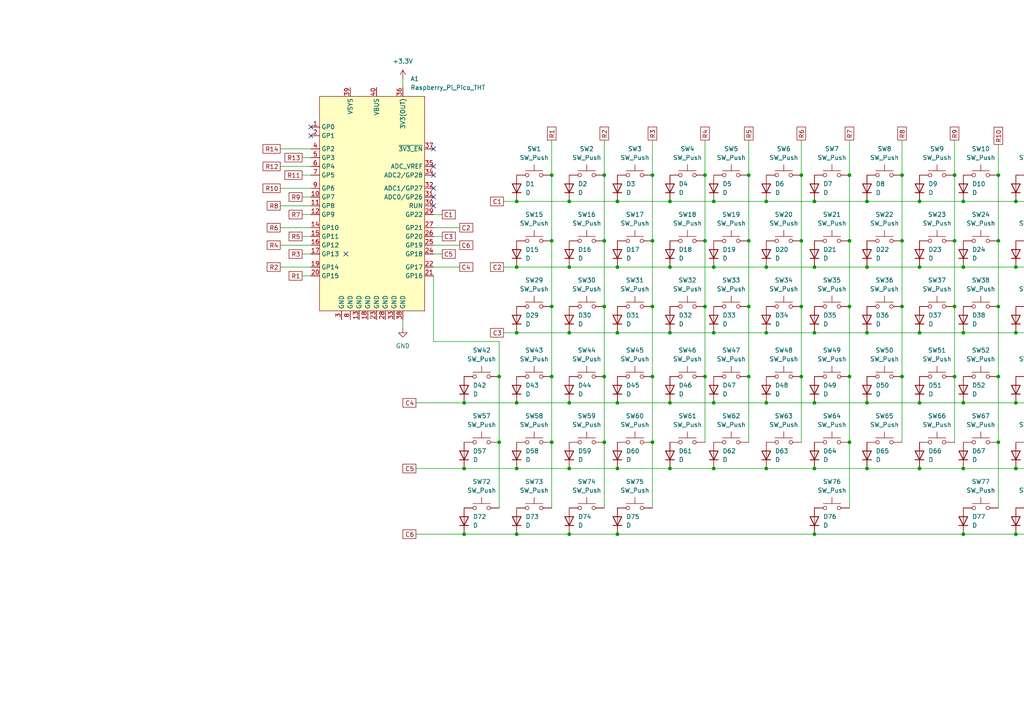
<source format=kicad_sch>
(kicad_sch (version 20231120) (generator "eeschema") (generator_version "8.0")
  (paper "A4")
  (lib_symbols
    (symbol "Device:D" (pin_numbers hide) (pin_names (offset 1.016) hide)
      (property "Reference" "D" (at 0 2.54 0))
      (property "Value" "D" (at 0 -2.54 0))
      (symbol "D_1_1"
        (pin passive line (at -3.81 0 0) (length 2.54) (name "K") (number "1"))
        (pin passive line (at 3.81 0 180) (length 2.54) (name "A") (number "2"))
      )
    )
    (symbol "PCM_SL_Development_Board:Raspberry_Pi_Pico_THT"
      (property "Reference" "A" (at 12.7 34.29 0))
      (property "Value" "Raspberry_Pi_Pico_THT" (at 21.59 31.75 0))
      (symbol "Raspberry_Pi_Pico_THT_1_1"
        (pin bidirectional line (at -17.78 20.32 0) (length 2.54) (name "GP0") (number "1"))
        (pin bidirectional line (at -17.78 0 0) (length 2.54) (name "GP7") (number "10"))
        (pin bidirectional line (at -17.78 -2.54 0) (length 2.54) (name "GP8") (number "11"))
        (pin bidirectional line (at -17.78 -5.08 0) (length 2.54) (name "GP9") (number "12"))
        (pin power_in line (at -3.81 -35.56 90) (length 2.54) (name "GND") (number "13"))
        (pin bidirectional line (at -17.78 -8.89 0) (length 2.54) (name "GP10") (number "14"))
        (pin bidirectional line (at -17.78 -11.43 0) (length 2.54) (name "GP11") (number "15"))
        (pin bidirectional line (at -17.78 -13.97 0) (length 2.54) (name "GP12") (number "16"))
        (pin bidirectional line (at -17.78 -16.51 0) (length 2.54) (name "GP13") (number "17"))
        (pin power_in line (at -1.27 -35.56 90) (length 2.54) (name "GND") (number "18"))
        (pin bidirectional line (at -17.78 -20.32 0) (length 2.54) (name "GP14") (number "19"))
        (pin bidirectional line (at -17.78 17.78 0) (length 2.54) (name "GP1") (number "2"))
        (pin bidirectional line (at -17.78 -22.86 0) (length 2.54) (name "GP15") (number "20"))
        (pin bidirectional line (at 17.78 -22.86 180) (length 2.54) (name "GP16") (number "21"))
        (pin bidirectional line (at 17.78 -20.32 180) (length 2.54) (name "GP17") (number "22"))
        (pin power_in line (at 1.27 -35.56 90) (length 2.54) (name "GND") (number "23"))
        (pin bidirectional line (at 17.78 -16.51 180) (length 2.54) (name "GP18") (number "24"))
        (pin bidirectional line (at 17.78 -13.97 180) (length 2.54) (name "GP19") (number "25"))
        (pin bidirectional line (at 17.78 -11.43 180) (length 2.54) (name "GP20") (number "26"))
        (pin bidirectional line (at 17.78 -8.89 180) (length 2.54) (name "GP21") (number "27"))
        (pin power_in line (at 3.81 -35.56 90) (length 2.54) (name "GND") (number "28"))
        (pin bidirectional line (at 17.78 -5.08 180) (length 2.54) (name "GP22") (number "29"))
        (pin power_in line (at -8.89 -35.56 90) (length 2.54) (name "GND") (number "3"))
        (pin bidirectional line (at 17.78 -2.54 180) (length 2.54) (name "RUN") (number "30"))
        (pin bidirectional line (at 17.78 0 180) (length 2.54) (name "ADC0/GP26") (number "31"))
        (pin bidirectional line (at 17.78 2.54 180) (length 2.54) (name "ADC1/GP27") (number "32"))
        (pin power_in line (at 6.35 -35.56 90) (length 2.54) (name "GND") (number "33"))
        (pin bidirectional line (at 17.78 6.35 180) (length 2.54) (name "ADC2/GP28") (number "34"))
        (pin bidirectional line (at 17.78 8.89 180) (length 2.54) (name "ADC_VREF") (number "35"))
        (pin power_in line (at 8.89 31.75 270) (length 2.54) (name "3V3(OUT)") (number "36"))
        (pin bidirectional line (at 17.78 13.97 180) (length 2.54) (name "~{3V3_EN}") (number "37"))
        (pin power_in line (at 8.89 -35.56 90) (length 2.54) (name "GND") (number "38"))
        (pin power_in line (at -6.35 31.75 270) (length 2.54) (name "VSYS") (number "39"))
        (pin bidirectional line (at -17.78 13.97 0) (length 2.54) (name "GP2") (number "4"))
        (pin power_in line (at 1.27 31.75 270) (length 2.54) (name "VBUS") (number "40"))
        (pin bidirectional line (at -17.78 11.43 0) (length 2.54) (name "GP3") (number "5"))
        (pin bidirectional line (at -17.78 8.89 0) (length 2.54) (name "GP4") (number "6"))
        (pin bidirectional line (at -17.78 6.35 0) (length 2.54) (name "GP5") (number "7"))
        (pin power_in line (at -6.35 -35.56 90) (length 2.54) (name "GND") (number "8"))
        (pin bidirectional line (at -17.78 2.54 0) (length 2.54) (name "GP6") (number "9"))
      )
    )
    (symbol "Switch:SW_Push" (pin_numbers hide) (pin_names (offset 1.016) hide)
      (property "Reference" "SW" (at 1.27 2.54 0))
      (property "Value" "SW_Push" (at 0 -1.524 0))
      (symbol "SW_Push_0_1"
        (pin passive line (at -5.08 0 0) (length 2.54) (name "1") (number "1"))
        (pin passive line (at 5.08 0 180) (length 2.54) (name "2") (number "2"))
      )
    )
    (symbol "power:+3.3V" (power) (pin_numbers hide) (pin_names (offset 0) hide)
      (property "Value" "+3.3V" (at 0 3.556 0))
      (symbol "+3.3V_1_1"
        (pin power_in line (at 0 0 90) (length 0) (name "~") (number "1"))
      )
    )
    (symbol "power:GND" (power) (pin_numbers hide) (pin_names (offset 0) hide)
      (property "Value" "GND" (at 0 -3.81 0))
      (symbol "GND_1_1"
        (pin power_in line (at 0 0 270) (length 0) (name "~") (number "1"))
      )
    )
  )
  (junction (at 207.01 135.89))
  (junction (at 308.61 154.94))
  (junction (at 308.61 96.52))
  (junction (at 318.77 88.9))
  (junction (at 308.61 135.89))
  (junction (at 308.61 116.84))
  (junction (at 279.4 58.42))
  (junction (at 246.38 109.22))
  (junction (at 144.78 128.27))
  (junction (at 160.02 50.8))
  (junction (at 251.46 135.89))
  (junction (at 175.26 88.9))
  (junction (at 160.02 109.22))
  (junction (at 222.25 116.84))
  (junction (at 194.31 116.84))
  (junction (at 204.47 50.8))
  (junction (at 279.4 116.84))
  (junction (at 222.25 96.52))
  (junction (at 165.1 96.52))
  (junction (at 179.07 116.84))
  (junction (at 261.62 88.9))
  (junction (at 294.64 154.94))
  (junction (at 222.25 77.47))
  (junction (at 189.23 69.85))
  (junction (at 334.01 88.9))
  (junction (at 236.22 58.42))
  (junction (at 294.64 77.47))
  (junction (at 276.86 50.8))
  (junction (at 236.22 116.84))
  (junction (at 323.85 116.84))
  (junction (at 134.62 116.84))
  (junction (at 246.38 50.8))
  (junction (at 165.1 135.89))
  (junction (at 276.86 69.85))
  (junction (at 279.4 77.47))
  (junction (at 261.62 69.85))
  (junction (at 134.62 135.89))
  (junction (at 289.56 128.27))
  (junction (at 251.46 116.84))
  (junction (at 251.46 58.42))
  (junction (at 246.38 69.85))
  (junction (at 149.86 96.52))
  (junction (at 204.47 88.9))
  (junction (at 349.25 109.22))
  (junction (at 232.41 88.9))
  (junction (at 189.23 50.8))
  (junction (at 189.23 88.9))
  (junction (at 236.22 96.52))
  (junction (at 232.41 109.22))
  (junction (at 175.26 50.8))
  (junction (at 304.8 128.27))
  (junction (at 217.17 69.85))
  (junction (at 266.7 77.47))
  (junction (at 323.85 135.89))
  (junction (at 318.77 69.85))
  (junction (at 304.8 109.22))
  (junction (at 251.46 96.52))
  (junction (at 289.56 109.22))
  (junction (at 165.1 154.94))
  (junction (at 236.22 154.94))
  (junction (at 204.47 109.22))
  (junction (at 276.86 109.22))
  (junction (at 266.7 135.89))
  (junction (at 304.8 69.85))
  (junction (at 160.02 128.27))
  (junction (at 217.17 88.9))
  (junction (at 308.61 77.47))
  (junction (at 189.23 128.27))
  (junction (at 236.22 77.47))
  (junction (at 149.86 77.47))
  (junction (at 207.01 58.42))
  (junction (at 349.25 50.8))
  (junction (at 175.26 128.27))
  (junction (at 165.1 77.47))
  (junction (at 179.07 58.42))
  (junction (at 279.4 96.52))
  (junction (at 179.07 77.47))
  (junction (at 165.1 58.42))
  (junction (at 175.26 109.22))
  (junction (at 160.02 88.9))
  (junction (at 318.77 50.8))
  (junction (at 149.86 58.42))
  (junction (at 349.25 128.27))
  (junction (at 323.85 154.94))
  (junction (at 160.02 69.85))
  (junction (at 207.01 116.84))
  (junction (at 246.38 88.9))
  (junction (at 194.31 58.42))
  (junction (at 289.56 50.8))
  (junction (at 308.61 58.42))
  (junction (at 279.4 154.94))
  (junction (at 266.7 116.84))
  (junction (at 179.07 135.89))
  (junction (at 266.7 58.42))
  (junction (at 289.56 88.9))
  (junction (at 334.01 109.22))
  (junction (at 304.8 50.8))
  (junction (at 194.31 77.47))
  (junction (at 334.01 128.27))
  (junction (at 179.07 96.52))
  (junction (at 236.22 135.89))
  (junction (at 194.31 135.89))
  (junction (at 246.38 128.27))
  (junction (at 266.7 96.52))
  (junction (at 134.62 154.94))
  (junction (at 349.25 69.85))
  (junction (at 294.64 135.89))
  (junction (at 222.25 135.89))
  (junction (at 204.47 69.85))
  (junction (at 323.85 77.47))
  (junction (at 149.86 154.94))
  (junction (at 149.86 116.84))
  (junction (at 294.64 58.42))
  (junction (at 194.31 96.52))
  (junction (at 149.86 135.89))
  (junction (at 207.01 96.52))
  (junction (at 261.62 109.22))
  (junction (at 189.23 109.22))
  (junction (at 323.85 58.42))
  (junction (at 217.17 109.22))
  (junction (at 222.25 58.42))
  (junction (at 318.77 109.22))
  (junction (at 232.41 50.8))
  (junction (at 289.56 69.85))
  (junction (at 179.07 154.94))
  (junction (at 334.01 69.85))
  (junction (at 294.64 96.52))
  (junction (at 175.26 69.85))
  (junction (at 334.01 50.8))
  (junction (at 144.78 109.22))
  (junction (at 279.4 135.89))
  (junction (at 165.1 116.84))
  (junction (at 318.77 128.27))
  (junction (at 251.46 77.47))
  (junction (at 294.64 116.84))
  (junction (at 276.86 88.9))
  (junction (at 261.62 50.8))
  (junction (at 304.8 88.9))
  (junction (at 217.17 50.8))
  (junction (at 207.01 77.47))
  (junction (at 232.41 69.85))
  (no_connect (at 90.17 39.37))
  (no_connect (at 125.73 54.61))
  (no_connect (at 125.73 59.69))
  (no_connect (at 125.73 43.18))
  (no_connect (at 125.73 48.26))
  (no_connect (at 100.33 73.66))
  (no_connect (at 125.73 57.15))
  (no_connect (at 125.73 50.8))
  (no_connect (at 90.17 36.83))
  (wire (pts (xy 349.25 50.8) (xy 349.25 69.85)))
  (wire (pts (xy 289.56 41.91) (xy 289.56 50.8)))
  (wire (pts (xy 266.7 58.42) (xy 279.4 58.42)))
  (wire (pts (xy 323.85 135.89) (xy 339.09 135.89)))
  (wire (pts (xy 175.26 40.64) (xy 175.26 50.8)))
  (wire (pts (xy 120.65 116.84) (xy 134.62 116.84)))
  (wire (pts (xy 149.86 116.84) (xy 165.1 116.84)))
  (wire (pts (xy 81.28 66.04) (xy 90.17 66.04)))
  (wire (pts (xy 289.56 88.9) (xy 289.56 109.22)))
  (wire (pts (xy 217.17 109.22) (xy 217.17 128.27)))
  (wire (pts (xy 236.22 135.89) (xy 251.46 135.89)))
  (wire (pts (xy 246.38 50.8) (xy 246.38 69.85)))
  (wire (pts (xy 87.63 50.8) (xy 90.17 50.8)))
  (wire (pts (xy 87.63 68.58) (xy 90.17 68.58)))
  (wire (pts (xy 261.62 88.9) (xy 261.62 109.22)))
  (wire (pts (xy 294.64 154.94) (xy 308.61 154.94)))
  (wire (pts (xy 81.28 71.12) (xy 90.17 71.12)))
  (wire (pts (xy 189.23 109.22) (xy 189.23 128.27)))
  (wire (pts (xy 165.1 77.47) (xy 179.07 77.47)))
  (wire (pts (xy 232.41 109.22) (xy 232.41 128.27)))
  (wire (pts (xy 179.07 154.94) (xy 236.22 154.94)))
  (wire (pts (xy 279.4 116.84) (xy 294.64 116.84)))
  (wire (pts (xy 165.1 58.42) (xy 179.07 58.42)))
  (wire (pts (xy 149.86 77.47) (xy 165.1 77.47)))
  (wire (pts (xy 204.47 88.9) (xy 204.47 109.22)))
  (wire (pts (xy 334.01 128.27) (xy 334.01 147.32)))
  (wire (pts (xy 165.1 116.84) (xy 179.07 116.84)))
  (wire (pts (xy 165.1 96.52) (xy 179.07 96.52)))
  (wire (pts (xy 251.46 135.89) (xy 266.7 135.89)))
  (wire (pts (xy 146.05 96.52) (xy 149.86 96.52)))
  (wire (pts (xy 204.47 50.8) (xy 204.47 69.85)))
  (wire (pts (xy 334.01 88.9) (xy 334.01 109.22)))
  (wire (pts (xy 261.62 40.64) (xy 261.62 50.8)))
  (wire (pts (xy 222.25 135.89) (xy 236.22 135.89)))
  (wire (pts (xy 217.17 40.64) (xy 217.17 50.8)))
  (wire (pts (xy 87.63 80.01) (xy 90.17 80.01)))
  (wire (pts (xy 246.38 128.27) (xy 246.38 147.32)))
  (wire (pts (xy 232.41 50.8) (xy 232.41 69.85)))
  (wire (pts (xy 149.86 135.89) (xy 165.1 135.89)))
  (wire (pts (xy 179.07 96.52) (xy 194.31 96.52)))
  (wire (pts (xy 222.25 96.52) (xy 236.22 96.52)))
  (wire (pts (xy 125.73 62.23) (xy 128.27 62.23)))
  (wire (pts (xy 81.28 59.69) (xy 90.17 59.69)))
  (wire (pts (xy 87.63 45.72) (xy 90.17 45.72)))
  (wire (pts (xy 276.86 40.64) (xy 276.86 50.8)))
  (wire (pts (xy 87.63 62.23) (xy 90.17 62.23)))
  (wire (pts (xy 125.73 80.01) (xy 125.73 99.06)))
  (wire (pts (xy 266.7 135.89) (xy 279.4 135.89)))
  (wire (pts (xy 246.38 109.22) (xy 246.38 128.27)))
  (wire (pts (xy 279.4 77.47) (xy 294.64 77.47)))
  (wire (pts (xy 222.25 77.47) (xy 236.22 77.47)))
  (wire (pts (xy 160.02 40.64) (xy 160.02 50.8)))
  (wire (pts (xy 289.56 128.27) (xy 289.56 147.32)))
  (wire (pts (xy 323.85 116.84) (xy 339.09 116.84)))
  (wire (pts (xy 160.02 109.22) (xy 160.02 88.9)))
  (wire (pts (xy 149.86 96.52) (xy 165.1 96.52)))
  (wire (pts (xy 125.73 71.12) (xy 133.35 71.12)))
  (wire (pts (xy 308.61 154.94) (xy 323.85 154.94)))
  (wire (pts (xy 236.22 77.47) (xy 251.46 77.47)))
  (wire (pts (xy 175.26 109.22) (xy 175.26 128.27)))
  (wire (pts (xy 334.01 41.91) (xy 334.01 50.8)))
  (wire (pts (xy 146.05 58.42) (xy 149.86 58.42)))
  (wire (pts (xy 87.63 73.66) (xy 90.17 73.66)))
  (wire (pts (xy 349.25 109.22) (xy 349.25 128.27)))
  (wire (pts (xy 81.28 43.18) (xy 90.17 43.18)))
  (wire (pts (xy 189.23 69.85) (xy 189.23 88.9)))
  (wire (pts (xy 144.78 99.06) (xy 144.78 109.22)))
  (wire (pts (xy 276.86 88.9) (xy 276.86 109.22)))
  (wire (pts (xy 217.17 50.8) (xy 217.17 69.85)))
  (wire (pts (xy 251.46 96.52) (xy 266.7 96.52)))
  (wire (pts (xy 318.77 128.27) (xy 318.77 147.32)))
  (wire (pts (xy 318.77 69.85) (xy 318.77 88.9)))
  (wire (pts (xy 125.73 77.47) (xy 133.35 77.47)))
  (wire (pts (xy 251.46 116.84) (xy 266.7 116.84)))
  (wire (pts (xy 207.01 135.89) (xy 222.25 135.89)))
  (wire (pts (xy 289.56 109.22) (xy 289.56 128.27)))
  (wire (pts (xy 251.46 58.42) (xy 266.7 58.42)))
  (wire (pts (xy 116.84 22.86) (xy 116.84 25.4)))
  (wire (pts (xy 144.78 109.22) (xy 144.78 128.27)))
  (wire (pts (xy 294.64 58.42) (xy 308.61 58.42)))
  (wire (pts (xy 175.26 128.27) (xy 175.26 147.32)))
  (wire (pts (xy 304.8 88.9) (xy 304.8 109.22)))
  (wire (pts (xy 179.07 135.89) (xy 194.31 135.89)))
  (wire (pts (xy 308.61 96.52) (xy 323.85 96.52)))
  (wire (pts (xy 334.01 69.85) (xy 334.01 88.9)))
  (wire (pts (xy 222.25 58.42) (xy 236.22 58.42)))
  (wire (pts (xy 149.86 58.42) (xy 165.1 58.42)))
  (wire (pts (xy 222.25 116.84) (xy 236.22 116.84)))
  (wire (pts (xy 81.28 48.26) (xy 90.17 48.26)))
  (wire (pts (xy 120.65 154.94) (xy 134.62 154.94)))
  (wire (pts (xy 276.86 109.22) (xy 276.86 128.27)))
  (wire (pts (xy 318.77 109.22) (xy 318.77 128.27)))
  (wire (pts (xy 261.62 69.85) (xy 261.62 88.9)))
  (wire (pts (xy 246.38 69.85) (xy 246.38 88.9)))
  (wire (pts (xy 294.64 96.52) (xy 308.61 96.52)))
  (wire (pts (xy 179.07 116.84) (xy 194.31 116.84)))
  (wire (pts (xy 334.01 109.22) (xy 334.01 128.27)))
  (wire (pts (xy 146.05 77.47) (xy 149.86 77.47)))
  (wire (pts (xy 276.86 50.8) (xy 276.86 69.85)))
  (wire (pts (xy 232.41 40.64) (xy 232.41 50.8)))
  (wire (pts (xy 294.64 116.84) (xy 308.61 116.84)))
  (wire (pts (xy 308.61 77.47) (xy 323.85 77.47)))
  (wire (pts (xy 189.23 88.9) (xy 189.23 109.22)))
  (wire (pts (xy 194.31 58.42) (xy 207.01 58.42)))
  (wire (pts (xy 217.17 69.85) (xy 217.17 88.9)))
  (wire (pts (xy 179.07 58.42) (xy 194.31 58.42)))
  (wire (pts (xy 246.38 40.64) (xy 246.38 50.8)))
  (wire (pts (xy 134.62 135.89) (xy 149.86 135.89)))
  (wire (pts (xy 308.61 58.42) (xy 323.85 58.42)))
  (wire (pts (xy 232.41 69.85) (xy 232.41 88.9)))
  (wire (pts (xy 294.64 135.89) (xy 308.61 135.89)))
  (wire (pts (xy 323.85 77.47) (xy 339.09 77.47)))
  (wire (pts (xy 251.46 77.47) (xy 266.7 77.47)))
  (wire (pts (xy 125.73 99.06) (xy 144.78 99.06)))
  (wire (pts (xy 279.4 58.42) (xy 294.64 58.42)))
  (wire (pts (xy 318.77 41.91) (xy 318.77 50.8)))
  (wire (pts (xy 149.86 154.94) (xy 165.1 154.94)))
  (wire (pts (xy 276.86 69.85) (xy 276.86 88.9)))
  (wire (pts (xy 289.56 50.8) (xy 289.56 69.85)))
  (wire (pts (xy 349.25 69.85) (xy 349.25 109.22)))
  (wire (pts (xy 236.22 58.42) (xy 251.46 58.42)))
  (wire (pts (xy 160.02 69.85) (xy 160.02 88.9)))
  (wire (pts (xy 134.62 116.84) (xy 149.86 116.84)))
  (wire (pts (xy 236.22 154.94) (xy 279.4 154.94)))
  (wire (pts (xy 160.02 128.27) (xy 160.02 109.22)))
  (wire (pts (xy 279.4 135.89) (xy 294.64 135.89)))
  (wire (pts (xy 289.56 69.85) (xy 289.56 88.9)))
  (wire (pts (xy 189.23 40.64) (xy 189.23 50.8)))
  (wire (pts (xy 261.62 50.8) (xy 261.62 69.85)))
  (wire (pts (xy 217.17 88.9) (xy 217.17 109.22)))
  (wire (pts (xy 194.31 77.47) (xy 207.01 77.47)))
  (wire (pts (xy 175.26 88.9) (xy 175.26 109.22)))
  (wire (pts (xy 304.8 41.91) (xy 304.8 50.8)))
  (wire (pts (xy 125.73 66.04) (xy 133.35 66.04)))
  (wire (pts (xy 125.73 73.66) (xy 128.27 73.66)))
  (wire (pts (xy 204.47 69.85) (xy 204.47 88.9)))
  (wire (pts (xy 87.63 57.15) (xy 90.17 57.15)))
  (wire (pts (xy 120.65 135.89) (xy 134.62 135.89)))
  (wire (pts (xy 334.01 50.8) (xy 334.01 69.85)))
  (wire (pts (xy 318.77 88.9) (xy 318.77 109.22)))
  (wire (pts (xy 175.26 69.85) (xy 175.26 88.9)))
  (wire (pts (xy 165.1 135.89) (xy 179.07 135.89)))
  (wire (pts (xy 304.8 69.85) (xy 304.8 88.9)))
  (wire (pts (xy 266.7 96.52) (xy 279.4 96.52)))
  (wire (pts (xy 165.1 154.94) (xy 179.07 154.94)))
  (wire (pts (xy 304.8 50.8) (xy 304.8 69.85)))
  (wire (pts (xy 323.85 58.42) (xy 339.09 58.42)))
  (wire (pts (xy 279.4 154.94) (xy 294.64 154.94)))
  (wire (pts (xy 266.7 116.84) (xy 279.4 116.84)))
  (wire (pts (xy 207.01 96.52) (xy 222.25 96.52)))
  (wire (pts (xy 323.85 154.94) (xy 339.09 154.94)))
  (wire (pts (xy 236.22 96.52) (xy 251.46 96.52)))
  (wire (pts (xy 81.28 54.61) (xy 90.17 54.61)))
  (wire (pts (xy 160.02 128.27) (xy 160.02 147.32)))
  (wire (pts (xy 204.47 40.64) (xy 204.47 50.8)))
  (wire (pts (xy 308.61 135.89) (xy 323.85 135.89)))
  (wire (pts (xy 175.26 50.8) (xy 175.26 69.85)))
  (wire (pts (xy 207.01 116.84) (xy 222.25 116.84)))
  (wire (pts (xy 134.62 154.94) (xy 149.86 154.94)))
  (wire (pts (xy 194.31 96.52) (xy 207.01 96.52)))
  (wire (pts (xy 194.31 116.84) (xy 207.01 116.84)))
  (wire (pts (xy 207.01 77.47) (xy 222.25 77.47)))
  (wire (pts (xy 179.07 77.47) (xy 194.31 77.47)))
  (wire (pts (xy 246.38 88.9) (xy 246.38 109.22)))
  (wire (pts (xy 304.8 109.22) (xy 304.8 128.27)))
  (wire (pts (xy 125.73 68.58) (xy 128.27 68.58)))
  (wire (pts (xy 232.41 88.9) (xy 232.41 109.22)))
  (wire (pts (xy 279.4 96.52) (xy 294.64 96.52)))
  (wire (pts (xy 116.84 92.71) (xy 116.84 95.25)))
  (wire (pts (xy 204.47 109.22) (xy 204.47 128.27)))
  (wire (pts (xy 144.78 128.27) (xy 144.78 147.32)))
  (wire (pts (xy 294.64 77.47) (xy 308.61 77.47)))
  (wire (pts (xy 207.01 58.42) (xy 222.25 58.42)))
  (wire (pts (xy 266.7 77.47) (xy 279.4 77.47)))
  (wire (pts (xy 349.25 128.27) (xy 349.25 147.32)))
  (wire (pts (xy 349.25 41.91) (xy 349.25 50.8)))
  (wire (pts (xy 318.77 50.8) (xy 318.77 69.85)))
  (wire (pts (xy 189.23 50.8) (xy 189.23 69.85)))
  (wire (pts (xy 308.61 116.84) (xy 323.85 116.84)))
  (wire (pts (xy 160.02 50.8) (xy 160.02 69.85)))
  (wire (pts (xy 261.62 109.22) (xy 261.62 128.27)))
  (wire (pts (xy 189.23 128.27) (xy 189.23 147.32)))
  (wire (pts (xy 194.31 135.89) (xy 207.01 135.89)))
  (wire (pts (xy 236.22 116.84) (xy 251.46 116.84)))
  (wire (pts (xy 304.8 128.27) (xy 304.8 147.32)))
  (wire (pts (xy 81.28 77.47) (xy 90.17 77.47)))
  (global_label "R12" (shape passive) (at 318.77 41.91 90) (property "Intersheetrefs" "${INTERSHEET_REFS}" (effects (hide yes))))
  (global_label "C3" (shape passive) (at 146.05 96.52 180) (property "Intersheetrefs" "${INTERSHEET_REFS}" (effects (hide yes))))
  (global_label "R10" (shape passive) (at 289.56 41.91 90) (property "Intersheetrefs" "${INTERSHEET_REFS}" (effects (hide yes))))
  (global_label "C6" (shape passive) (at 120.65 154.94 180) (property "Intersheetrefs" "${INTERSHEET_REFS}" (effects (hide yes))))
  (global_label "R7" (shape passive) (at 87.63 62.23 180) (property "Intersheetrefs" "${INTERSHEET_REFS}" (effects (hide yes))))
  (global_label "R2" (shape passive) (at 175.26 40.64 90) (property "Intersheetrefs" "${INTERSHEET_REFS}" (effects (hide yes))))
  (global_label "R8" (shape passive) (at 81.28 59.69 180) (property "Intersheetrefs" "${INTERSHEET_REFS}" (effects (hide yes))))
  (global_label "R3" (shape passive) (at 189.23 40.64 90) (property "Intersheetrefs" "${INTERSHEET_REFS}" (effects (hide yes))))
  (global_label "R11" (shape passive) (at 87.63 50.8 180) (property "Intersheetrefs" "${INTERSHEET_REFS}" (effects (hide yes))))
  (global_label "C3" (shape passive) (at 128.27 68.58 0) (property "Intersheetrefs" "${INTERSHEET_REFS}" (effects (hide yes))))
  (global_label "R5" (shape passive) (at 87.63 68.58 180) (property "Intersheetrefs" "${INTERSHEET_REFS}" (effects (hide yes))))
  (global_label "R13" (shape passive) (at 334.01 41.91 90) (property "Intersheetrefs" "${INTERSHEET_REFS}" (effects (hide yes))))
  (global_label "R2" (shape passive) (at 81.28 77.47 180) (property "Intersheetrefs" "${INTERSHEET_REFS}" (effects (hide yes))))
  (global_label "R6" (shape passive) (at 81.28 66.04 180) (property "Intersheetrefs" "${INTERSHEET_REFS}" (effects (hide yes))))
  (global_label "C4" (shape passive) (at 133.35 77.47 0) (property "Intersheetrefs" "${INTERSHEET_REFS}" (effects (hide yes))))
  (global_label "R4" (shape passive) (at 81.28 71.12 180) (property "Intersheetrefs" "${INTERSHEET_REFS}" (effects (hide yes))))
  (global_label "R9" (shape passive) (at 276.86 40.64 90) (property "Intersheetrefs" "${INTERSHEET_REFS}" (effects (hide yes))))
  (global_label "R4" (shape passive) (at 204.47 40.64 90) (property "Intersheetrefs" "${INTERSHEET_REFS}" (effects (hide yes))))
  (global_label "R12" (shape passive) (at 81.28 48.26 180) (property "Intersheetrefs" "${INTERSHEET_REFS}" (effects (hide yes))))
  (global_label "R9" (shape passive) (at 87.63 57.15 180) (property "Intersheetrefs" "${INTERSHEET_REFS}" (effects (hide yes))))
  (global_label "R13" (shape passive) (at 87.63 45.72 180) (property "Intersheetrefs" "${INTERSHEET_REFS}" (effects (hide yes))))
  (global_label "R8" (shape passive) (at 261.62 40.64 90) (property "Intersheetrefs" "${INTERSHEET_REFS}" (effects (hide yes))))
  (global_label "R7" (shape passive) (at 246.38 40.64 90) (property "Intersheetrefs" "${INTERSHEET_REFS}" (effects (hide yes))))
  (global_label "C5" (shape passive) (at 128.27 73.66 0) (property "Intersheetrefs" "${INTERSHEET_REFS}" (effects (hide yes))))
  (global_label "R1" (shape passive) (at 160.02 40.64 90) (property "Intersheetrefs" "${INTERSHEET_REFS}" (effects (hide yes))))
  (global_label "C4" (shape passive) (at 120.65 116.84 180) (property "Intersheetrefs" "${INTERSHEET_REFS}" (effects (hide yes))))
  (global_label "R11" (shape passive) (at 304.8 41.91 90) (property "Intersheetrefs" "${INTERSHEET_REFS}" (effects (hide yes))))
  (global_label "C2" (shape passive) (at 133.35 66.04 0) (property "Intersheetrefs" "${INTERSHEET_REFS}" (effects (hide yes))))
  (global_label "R14" (shape passive) (at 349.25 41.91 90) (property "Intersheetrefs" "${INTERSHEET_REFS}" (effects (hide yes))))
  (global_label "C1" (shape passive) (at 128.27 62.23 0) (property "Intersheetrefs" "${INTERSHEET_REFS}" (effects (hide yes))))
  (global_label "C6" (shape passive) (at 133.35 71.12 0) (property "Intersheetrefs" "${INTERSHEET_REFS}" (effects (hide yes))))
  (global_label "R14" (shape passive) (at 81.28 43.18 180) (property "Intersheetrefs" "${INTERSHEET_REFS}" (effects (hide yes))))
  (global_label "C5" (shape passive) (at 120.65 135.89 180) (property "Intersheetrefs" "${INTERSHEET_REFS}" (effects (hide yes))))
  (global_label "R6" (shape passive) (at 232.41 40.64 90) (property "Intersheetrefs" "${INTERSHEET_REFS}" (effects (hide yes))))
  (global_label "C2" (shape passive) (at 146.05 77.47 180) (property "Intersheetrefs" "${INTERSHEET_REFS}" (effects (hide yes))))
  (global_label "R10" (shape passive) (at 81.28 54.61 180) (property "Intersheetrefs" "${INTERSHEET_REFS}" (effects (hide yes))))
  (global_label "R3" (shape passive) (at 87.63 73.66 180) (property "Intersheetrefs" "${INTERSHEET_REFS}" (effects (hide yes))))
  (global_label "R1" (shape passive) (at 87.63 80.01 180) (property "Intersheetrefs" "${INTERSHEET_REFS}" (effects (hide yes))))
  (global_label "R5" (shape passive) (at 217.17 40.64 90) (property "Intersheetrefs" "${INTERSHEET_REFS}" (effects (hide yes))))
  (global_label "C1" (shape passive) (at 146.05 58.42 180) (property "Intersheetrefs" "${INTERSHEET_REFS}" (effects (hide yes))))
  (symbol (lib_id "Switch:SW_Push") (at 184.15 147.32 0) (mirror y) (unit 1)
    (property "Reference" "SW75" (at 184.15 139.7 0))
    (property "Value" "SW_Push" (at 184.15 142.24 0))
    (property "Footprint" "MX_v2_hotswap_mx:MX-Hotswap-1.25U" (effects (hide yes)))
    (property "Description" "Push button switch, generic, two pins" (effects (hide yes)))
  )
  (symbol (lib_id "Device:D") (at 179.07 151.13 90) (unit 1)
    (property "Reference" "D75" (at 181.61 149.8599 90) (effects (justify right)))
    (property "Value" "D" (at 181.61 152.3999 90) (effects (justify right)))
    (property "Footprint" "Diode_THT:D_DO-35_SOD27_P7.62mm_Horizontal" (effects (hide yes)))
    (property "Description" "Diode" (effects (hide yes)))
    (property "Sim.Device" "D" (effects (hide yes)))
    (property "Sim.Pins" "1=K 2=A" (effects (hide yes)))
  )
  (symbol (lib_id "power:+3.3V") (at 116.84 22.86 0) (unit 1)
    (property "Reference" "#PWR01" (effects (hide yes)))
    (property "Value" "+3.3V" (at 116.84 17.78 0))
    (property "Description" "Power symbol creates a global label with name \"+3.3V\"" (effects (hide yes)))
  )
  (symbol (lib_id "Switch:SW_Push") (at 199.39 69.85 0) (mirror y) (unit 1)
    (property "Reference" "SW18" (at 199.39 62.23 0))
    (property "Value" "SW_Push" (at 199.39 64.77 0))
    (property "Footprint" "MX_v2_hotswap_mx:MX-Hotswap-1U" (effects (hide yes)))
    (property "Description" "Push button switch, generic, two pins" (effects (hide yes)))
  )
  (symbol (lib_id "Switch:SW_Push") (at 284.48 50.8 0) (mirror y) (unit 1)
    (property "Reference" "SW10" (at 284.48 43.18 0))
    (property "Value" "SW_Push" (at 284.48 45.72 0))
    (property "Footprint" "MX_v2_hotswap_mx:MX-Hotswap-1U" (effects (hide yes)))
    (property "Description" "Push button switch, generic, two pins" (effects (hide yes)))
  )
  (symbol (lib_id "Device:D") (at 279.4 92.71 90) (unit 1)
    (property "Reference" "D38" (at 281.94 91.4399 90) (effects (justify right)))
    (property "Value" "D" (at 281.94 93.9799 90) (effects (justify right)))
    (property "Footprint" "Diode_THT:D_DO-35_SOD27_P7.62mm_Horizontal" (effects (hide yes)))
    (property "Description" "Diode" (effects (hide yes)))
    (property "Sim.Device" "D" (effects (hide yes)))
    (property "Sim.Pins" "1=K 2=A" (effects (hide yes)))
  )
  (symbol (lib_id "Switch:SW_Push") (at 184.15 128.27 0) (mirror y) (unit 1)
    (property "Reference" "SW60" (at 184.15 120.65 0))
    (property "Value" "SW_Push" (at 184.15 123.19 0))
    (property "Footprint" "MX_v2_hotswap_mx:MX-Hotswap-1U" (effects (hide yes)))
    (property "Description" "Push button switch, generic, two pins" (effects (hide yes)))
  )
  (symbol (lib_id "Switch:SW_Push") (at 184.15 69.85 0) (mirror y) (unit 1)
    (property "Reference" "SW17" (at 184.15 62.23 0))
    (property "Value" "SW_Push" (at 184.15 64.77 0))
    (property "Footprint" "MX_v2_hotswap_mx:MX-Hotswap-1U" (effects (hide yes)))
    (property "Description" "Push button switch, generic, two pins" (effects (hide yes)))
  )
  (symbol (lib_id "Switch:SW_Push") (at 299.72 147.32 0) (mirror y) (unit 1)
    (property "Reference" "SW78" (at 299.72 139.7 0))
    (property "Value" "SW_Push" (at 299.72 142.24 0))
    (property "Footprint" "MX_v2_hotswap_mx:MX-Hotswap-1U" (effects (hide yes)))
    (property "Description" "Push button switch, generic, two pins" (effects (hide yes)))
  )
  (symbol (lib_id "Switch:SW_Push") (at 154.94 147.32 0) (mirror y) (unit 1)
    (property "Reference" "SW73" (at 154.94 139.7 0))
    (property "Value" "SW_Push" (at 154.94 142.24 0))
    (property "Footprint" "MX_v2_hotswap_mx:MX-Hotswap-1.25U" (effects (hide yes)))
    (property "Description" "Push button switch, generic, two pins" (effects (hide yes)))
  )
  (symbol (lib_id "Switch:SW_Push") (at 284.48 128.27 0) (mirror y) (unit 1)
    (property "Reference" "SW67" (at 284.48 120.65 0))
    (property "Value" "SW_Push" (at 284.48 123.19 0))
    (property "Footprint" "MX_v2_hotswap_mx:MX-Hotswap-1U" (effects (hide yes)))
    (property "Description" "Push button switch, generic, two pins" (effects (hide yes)))
  )
  (symbol (lib_id "Device:D") (at 207.01 54.61 90) (unit 1)
    (property "Reference" "D5" (at 209.55 53.3399 90) (effects (justify right)))
    (property "Value" "D" (at 209.55 55.8799 90) (effects (justify right)))
    (property "Footprint" "Diode_THT:D_DO-35_SOD27_P7.62mm_Horizontal" (effects (hide yes)))
    (property "Description" "Diode" (effects (hide yes)))
    (property "Sim.Device" "D" (effects (hide yes)))
    (property "Sim.Pins" "1=K 2=A" (effects (hide yes)))
  )
  (symbol (lib_id "Switch:SW_Push") (at 154.94 128.27 0) (mirror y) (unit 1)
    (property "Reference" "SW58" (at 154.94 120.65 0))
    (property "Value" "SW_Push" (at 154.94 123.19 0))
    (property "Footprint" "MX_v2_hotswap_mx:MX-Hotswap-2U" (effects (hide yes)))
    (property "Description" "Push button switch, generic, two pins" (effects (hide yes)))
  )
  (symbol (lib_id "Device:D") (at 134.62 113.03 90) (unit 1)
    (property "Reference" "D42" (at 137.16 111.7599 90) (effects (justify right)))
    (property "Value" "D" (at 137.16 114.2999 90) (effects (justify right)))
    (property "Footprint" "Diode_THT:D_DO-35_SOD27_P7.62mm_Horizontal" (effects (hide yes)))
    (property "Description" "Diode" (effects (hide yes)))
    (property "Sim.Device" "D" (effects (hide yes)))
    (property "Sim.Pins" "1=K 2=A" (effects (hide yes)))
  )
  (symbol (lib_id "Switch:SW_Push") (at 139.7 128.27 0) (mirror y) (unit 1)
    (property "Reference" "SW57" (at 139.7 120.65 0))
    (property "Value" "SW_Push" (at 139.7 123.19 0))
    (property "Footprint" "MX_v2_hotswap_mx:MX-Hotswap-1U" (effects (hide yes)))
    (property "Description" "Push button switch, generic, two pins" (effects (hide yes)))
  )
  (symbol (lib_id "Device:D") (at 165.1 54.61 90) (unit 1)
    (property "Reference" "D2" (at 167.64 53.3399 90) (effects (justify right)))
    (property "Value" "D" (at 167.64 55.8799 90) (effects (justify right)))
    (property "Footprint" "Diode_THT:D_DO-35_SOD27_P7.62mm_Horizontal" (effects (hide yes)))
    (property "Description" "Diode" (effects (hide yes)))
    (property "Sim.Device" "D" (effects (hide yes)))
    (property "Sim.Pins" "1=K 2=A" (effects (hide yes)))
  )
  (symbol (lib_id "Switch:SW_Push") (at 139.7 147.32 0) (mirror y) (unit 1)
    (property "Reference" "SW72" (at 139.7 139.7 0))
    (property "Value" "SW_Push" (at 139.7 142.24 0))
    (property "Footprint" "MX_v2_hotswap_mx:MX-Hotswap-1U" (effects (hide yes)))
    (property "Description" "Push button switch, generic, two pins" (effects (hide yes)))
  )
  (symbol (lib_id "Switch:SW_Push") (at 154.94 109.22 0) (mirror y) (unit 1)
    (property "Reference" "SW43" (at 154.94 101.6 0))
    (property "Value" "SW_Push" (at 154.94 104.14 0))
    (property "Footprint" "MX_v2_hotswap_mx:MX-Hotswap-1.75U" (effects (hide yes)))
    (property "Description" "Push button switch, generic, two pins" (effects (hide yes)))
  )
  (symbol (lib_id "Switch:SW_Push") (at 344.17 147.32 0) (mirror y) (unit 1)
    (property "Reference" "SW81" (at 344.17 139.7 0))
    (property "Value" "SW_Push" (at 344.17 142.24 0))
    (property "Footprint" "MX_v2_hotswap_mx:MX-Hotswap-1U" (effects (hide yes)))
    (property "Description" "Push button switch, generic, two pins" (effects (hide yes)))
  )
  (symbol (lib_id "Switch:SW_Push") (at 241.3 147.32 0) (mirror y) (unit 1)
    (property "Reference" "SW76" (at 241.3 139.7 0))
    (property "Value" "SW_Push" (at 241.3 142.24 0))
    (property "Footprint" "MX_v2_hotswap_mx:MX-Hotswap-6.25U" (effects (hide yes)))
    (property "Description" "Push button switch, generic, two pins" (effects (hide yes)))
  )
  (symbol (lib_id "Switch:SW_Push") (at 227.33 128.27 0) (mirror y) (unit 1)
    (property "Reference" "SW63" (at 227.33 120.65 0))
    (property "Value" "SW_Push" (at 227.33 123.19 0))
    (property "Footprint" "MX_v2_hotswap_mx:MX-Hotswap-1U" (effects (hide yes)))
    (property "Description" "Push button switch, generic, two pins" (effects (hide yes)))
  )
  (symbol (lib_id "Switch:SW_Push") (at 328.93 88.9 0) (mirror y) (unit 1)
    (property "Reference" "SW41" (at 328.93 81.28 0))
    (property "Value" "SW_Push" (at 328.93 83.82 0))
    (property "Footprint" "MX_v2_hotswap_mx:MX-Hotswap-1U" (effects (hide yes)))
    (property "Description" "Push button switch, generic, two pins" (effects (hide yes)))
  )
  (symbol (lib_id "Device:D") (at 294.64 92.71 90) (unit 1)
    (property "Reference" "D39" (at 297.18 91.4399 90) (effects (justify right)))
    (property "Value" "D" (at 297.18 93.9799 90) (effects (justify right)))
    (property "Footprint" "Diode_THT:D_DO-35_SOD27_P7.62mm_Horizontal" (effects (hide yes)))
    (property "Description" "Diode" (effects (hide yes)))
    (property "Sim.Device" "D" (effects (hide yes)))
    (property "Sim.Pins" "1=K 2=A" (effects (hide yes)))
  )
  (symbol (lib_id "Device:D") (at 339.09 73.66 90) (unit 1)
    (property "Reference" "D28" (at 341.63 72.3899 90) (effects (justify right)))
    (property "Value" "D" (at 341.63 74.9299 90) (effects (justify right)))
    (property "Footprint" "Diode_THT:D_DO-35_SOD27_P7.62mm_Horizontal" (effects (hide yes)))
    (property "Description" "Diode" (effects (hide yes)))
    (property "Sim.Device" "D" (effects (hide yes)))
    (property "Sim.Pins" "1=K 2=A" (effects (hide yes)))
  )
  (symbol (lib_id "Device:D") (at 251.46 113.03 90) (unit 1)
    (property "Reference" "D50" (at 254 111.7599 90) (effects (justify right)))
    (property "Value" "D" (at 254 114.2999 90) (effects (justify right)))
    (property "Footprint" "Diode_THT:D_DO-35_SOD27_P7.62mm_Horizontal" (effects (hide yes)))
    (property "Description" "Diode" (effects (hide yes)))
    (property "Sim.Device" "D" (effects (hide yes)))
    (property "Sim.Pins" "1=K 2=A" (effects (hide yes)))
  )
  (symbol (lib_id "Switch:SW_Push") (at 271.78 88.9 0) (mirror y) (unit 1)
    (property "Reference" "SW37" (at 271.78 81.28 0))
    (property "Value" "SW_Push" (at 271.78 83.82 0))
    (property "Footprint" "MX_v2_hotswap_mx:MX-Hotswap-1U" (effects (hide yes)))
    (property "Description" "Push button switch, generic, two pins" (effects (hide yes)))
  )
  (symbol (lib_id "Switch:SW_Push") (at 199.39 88.9 0) (mirror y) (unit 1)
    (property "Reference" "SW32" (at 199.39 81.28 0))
    (property "Value" "SW_Push" (at 199.39 83.82 0))
    (property "Footprint" "MX_v2_hotswap_mx:MX-Hotswap-1U" (effects (hide yes)))
    (property "Description" "Push button switch, generic, two pins" (effects (hide yes)))
  )
  (symbol (lib_id "Switch:SW_Push") (at 227.33 50.8 0) (mirror y) (unit 1)
    (property "Reference" "SW6" (at 227.33 43.18 0))
    (property "Value" "SW_Push" (at 227.33 45.72 0))
    (property "Footprint" "MX_v2_hotswap_mx:MX-Hotswap-1U" (effects (hide yes)))
    (property "Description" "Push button switch, generic, two pins" (effects (hide yes)))
  )
  (symbol (lib_id "Device:D") (at 236.22 73.66 90) (unit 1)
    (property "Reference" "D21" (at 238.76 72.3899 90) (effects (justify right)))
    (property "Value" "D" (at 238.76 74.9299 90) (effects (justify right)))
    (property "Footprint" "Diode_THT:D_DO-35_SOD27_P7.62mm_Horizontal" (effects (hide yes)))
    (property "Description" "Diode" (effects (hide yes)))
    (property "Sim.Device" "D" (effects (hide yes)))
    (property "Sim.Pins" "1=K 2=A" (effects (hide yes)))
  )
  (symbol (lib_id "Device:D") (at 165.1 113.03 90) (unit 1)
    (property "Reference" "D44" (at 167.64 111.7599 90) (effects (justify right)))
    (property "Value" "D" (at 167.64 114.2999 90) (effects (justify right)))
    (property "Footprint" "Diode_THT:D_DO-35_SOD27_P7.62mm_Horizontal" (effects (hide yes)))
    (property "Description" "Diode" (effects (hide yes)))
    (property "Sim.Device" "D" (effects (hide yes)))
    (property "Sim.Pins" "1=K 2=A" (effects (hide yes)))
  )
  (symbol (lib_id "Device:D") (at 308.61 73.66 90) (unit 1)
    (property "Reference" "D26" (at 311.15 72.3899 90) (effects (justify right)))
    (property "Value" "D" (at 311.15 74.9299 90) (effects (justify right)))
    (property "Footprint" "Diode_THT:D_DO-35_SOD27_P7.62mm_Horizontal" (effects (hide yes)))
    (property "Description" "Diode" (effects (hide yes)))
    (property "Sim.Device" "D" (effects (hide yes)))
    (property "Sim.Pins" "1=K 2=A" (effects (hide yes)))
  )
  (symbol (lib_id "Switch:SW_Push") (at 170.18 50.8 0) (mirror y) (unit 1)
    (property "Reference" "SW2" (at 170.18 43.18 0))
    (property "Value" "SW_Push" (at 170.18 45.72 0))
    (property "Footprint" "MX_v2_hotswap_mx:MX-Hotswap-1U" (effects (hide yes)))
    (property "Description" "Push button switch, generic, two pins" (effects (hide yes)))
  )
  (symbol (lib_id "Device:D") (at 279.4 73.66 90) (unit 1)
    (property "Reference" "D24" (at 281.94 72.3899 90) (effects (justify right)))
    (property "Value" "D" (at 281.94 74.9299 90) (effects (justify right)))
    (property "Footprint" "Diode_THT:D_DO-35_SOD27_P7.62mm_Horizontal" (effects (hide yes)))
    (property "Description" "Diode" (effects (hide yes)))
    (property "Sim.Device" "D" (effects (hide yes)))
    (property "Sim.Pins" "1=K 2=A" (effects (hide yes)))
  )
  (symbol (lib_id "Switch:SW_Push") (at 212.09 109.22 0) (mirror y) (unit 1)
    (property "Reference" "SW47" (at 212.09 101.6 0))
    (property "Value" "SW_Push" (at 212.09 104.14 0))
    (property "Footprint" "MX_v2_hotswap_mx:MX-Hotswap-1U" (effects (hide yes)))
    (property "Description" "Push button switch, generic, two pins" (effects (hide yes)))
  )
  (symbol (lib_id "Switch:SW_Push") (at 344.17 50.8 0) (mirror y) (unit 1)
    (property "Reference" "SW14" (at 344.17 43.18 0))
    (property "Value" "SW_Push" (at 344.17 45.72 0))
    (property "Footprint" "MX_v2_hotswap_mx:MX-Hotswap-1U" (effects (hide yes)))
    (property "Description" "Push button switch, generic, two pins" (effects (hide yes)))
  )
  (symbol (lib_id "Switch:SW_Push") (at 184.15 109.22 0) (mirror y) (unit 1)
    (property "Reference" "SW45" (at 184.15 101.6 0))
    (property "Value" "SW_Push" (at 184.15 104.14 0))
    (property "Footprint" "MX_v2_hotswap_mx:MX-Hotswap-1U" (effects (hide yes)))
    (property "Description" "Push button switch, generic, two pins" (effects (hide yes)))
  )
  (symbol (lib_id "Switch:SW_Push") (at 199.39 109.22 0) (mirror y) (unit 1)
    (property "Reference" "SW46" (at 199.39 101.6 0))
    (property "Value" "SW_Push" (at 199.39 104.14 0))
    (property "Footprint" "MX_v2_hotswap_mx:MX-Hotswap-1U" (effects (hide yes)))
    (property "Description" "Push button switch, generic, two pins" (effects (hide yes)))
  )
  (symbol (lib_id "Device:D") (at 266.7 54.61 90) (unit 1)
    (property "Reference" "D9" (at 269.24 53.3399 90) (effects (justify right)))
    (property "Value" "D" (at 269.24 55.8799 90) (effects (justify right)))
    (property "Footprint" "Diode_THT:D_DO-35_SOD27_P7.62mm_Horizontal" (effects (hide yes)))
    (property "Description" "Diode" (effects (hide yes)))
    (property "Sim.Device" "D" (effects (hide yes)))
    (property "Sim.Pins" "1=K 2=A" (effects (hide yes)))
  )
  (symbol (lib_id "Device:D") (at 207.01 73.66 90) (unit 1)
    (property "Reference" "D19" (at 209.55 72.3899 90) (effects (justify right)))
    (property "Value" "D" (at 209.55 74.9299 90) (effects (justify right)))
    (property "Footprint" "Diode_THT:D_DO-35_SOD27_P7.62mm_Horizontal" (effects (hide yes)))
    (property "Description" "Diode" (effects (hide yes)))
    (property "Sim.Device" "D" (effects (hide yes)))
    (property "Sim.Pins" "1=K 2=A" (effects (hide yes)))
  )
  (symbol (lib_id "Device:D") (at 323.85 92.71 90) (unit 1)
    (property "Reference" "D41" (at 326.39 91.4399 90) (effects (justify right)))
    (property "Value" "D" (at 326.39 93.9799 90) (effects (justify right)))
    (property "Footprint" "Diode_THT:D_DO-35_SOD27_P7.62mm_Horizontal" (effects (hide yes)))
    (property "Description" "Diode" (effects (hide yes)))
    (property "Sim.Device" "D" (effects (hide yes)))
    (property "Sim.Pins" "1=K 2=A" (effects (hide yes)))
  )
  (symbol (lib_id "Switch:SW_Push") (at 212.09 69.85 0) (mirror y) (unit 1)
    (property "Reference" "SW19" (at 212.09 62.23 0))
    (property "Value" "SW_Push" (at 212.09 64.77 0))
    (property "Footprint" "MX_v2_hotswap_mx:MX-Hotswap-1U" (effects (hide yes)))
    (property "Description" "Push button switch, generic, two pins" (effects (hide yes)))
  )
  (symbol (lib_id "Device:D") (at 236.22 151.13 90) (unit 1)
    (property "Reference" "D76" (at 238.76 149.8599 90) (effects (justify right)))
    (property "Value" "D" (at 238.76 152.3999 90) (effects (justify right)))
    (property "Footprint" "Diode_THT:D_DO-35_SOD27_P7.62mm_Horizontal" (effects (hide yes)))
    (property "Description" "Diode" (effects (hide yes)))
    (property "Sim.Device" "D" (effects (hide yes)))
    (property "Sim.Pins" "1=K 2=A" (effects (hide yes)))
  )
  (symbol (lib_id "Device:D") (at 279.4 54.61 90) (unit 1)
    (property "Reference" "D10" (at 281.94 53.3399 90) (effects (justify right)))
    (property "Value" "D" (at 281.94 55.8799 90) (effects (justify right)))
    (property "Footprint" "Diode_THT:D_DO-35_SOD27_P7.62mm_Horizontal" (effects (hide yes)))
    (property "Description" "Diode" (effects (hide yes)))
    (property "Sim.Device" "D" (effects (hide yes)))
    (property "Sim.Pins" "1=K 2=A" (effects (hide yes)))
  )
  (symbol (lib_id "Switch:SW_Push") (at 170.18 147.32 0) (mirror y) (unit 1)
    (property "Reference" "SW74" (at 170.18 139.7 0))
    (property "Value" "SW_Push" (at 170.18 142.24 0))
    (property "Footprint" "MX_v2_hotswap_mx:MX-Hotswap-1.25U" (effects (hide yes)))
    (property "Description" "Push button switch, generic, two pins" (effects (hide yes)))
  )
  (symbol (lib_id "Device:D") (at 179.07 54.61 90) (unit 1)
    (property "Reference" "D3" (at 181.61 53.3399 90) (effects (justify right)))
    (property "Value" "D" (at 181.61 55.8799 90) (effects (justify right)))
    (property "Footprint" "Diode_THT:D_DO-35_SOD27_P7.62mm_Horizontal" (effects (hide yes)))
    (property "Description" "Diode" (effects (hide yes)))
    (property "Sim.Device" "D" (effects (hide yes)))
    (property "Sim.Pins" "1=K 2=A" (effects (hide yes)))
  )
  (symbol (lib_id "Switch:SW_Push") (at 313.69 50.8 0) (mirror y) (unit 1)
    (property "Reference" "SW12" (at 313.69 43.18 0))
    (property "Value" "SW_Push" (at 313.69 45.72 0))
    (property "Footprint" "MX_v2_hotswap_mx:MX-Hotswap-1U" (effects (hide yes)))
    (property "Description" "Push button switch, generic, two pins" (effects (hide yes)))
  )
  (symbol (lib_id "Device:D") (at 179.07 113.03 90) (unit 1)
    (property "Reference" "D45" (at 181.61 111.7599 90) (effects (justify right)))
    (property "Value" "D" (at 181.61 114.2999 90) (effects (justify right)))
    (property "Footprint" "Diode_THT:D_DO-35_SOD27_P7.62mm_Horizontal" (effects (hide yes)))
    (property "Description" "Diode" (effects (hide yes)))
    (property "Sim.Device" "D" (effects (hide yes)))
    (property "Sim.Pins" "1=K 2=A" (effects (hide yes)))
  )
  (symbol (lib_id "Device:D") (at 179.07 92.71 90) (unit 1)
    (property "Reference" "D31" (at 181.61 91.4399 90) (effects (justify right)))
    (property "Value" "D" (at 181.61 93.9799 90) (effects (justify right)))
    (property "Footprint" "Diode_THT:D_DO-35_SOD27_P7.62mm_Horizontal" (effects (hide yes)))
    (property "Description" "Diode" (effects (hide yes)))
    (property "Sim.Device" "D" (effects (hide yes)))
    (property "Sim.Pins" "1=K 2=A" (effects (hide yes)))
  )
  (symbol (lib_id "Switch:SW_Push") (at 328.93 128.27 0) (mirror y) (unit 1)
    (property "Reference" "SW70" (at 328.93 120.65 0))
    (property "Value" "SW_Push" (at 328.93 123.19 0))
    (property "Footprint" "MX_v2_hotswap_mx:MX-Hotswap-1U" (effects (hide yes)))
    (property "Description" "Push button switch, generic, two pins" (effects (hide yes)))
  )
  (symbol (lib_id "Switch:SW_Push") (at 256.54 109.22 0) (mirror y) (unit 1)
    (property "Reference" "SW50" (at 256.54 101.6 0))
    (property "Value" "SW_Push" (at 256.54 104.14 0))
    (property "Footprint" "MX_v2_hotswap_mx:MX-Hotswap-1U" (effects (hide yes)))
    (property "Description" "Push button switch, generic, two pins" (effects (hide yes)))
  )
  (symbol (lib_id "Device:D") (at 279.4 132.08 90) (unit 1)
    (property "Reference" "D67" (at 281.94 130.8099 90) (effects (justify right)))
    (property "Value" "D" (at 281.94 133.3499 90) (effects (justify right)))
    (property "Footprint" "Diode_THT:D_DO-35_SOD27_P7.62mm_Horizontal" (effects (hide yes)))
    (property "Description" "Diode" (effects (hide yes)))
    (property "Sim.Device" "D" (effects (hide yes)))
    (property "Sim.Pins" "1=K 2=A" (effects (hide yes)))
  )
  (symbol (lib_id "Device:D") (at 294.64 132.08 90) (unit 1)
    (property "Reference" "D68" (at 297.18 130.8099 90) (effects (justify right)))
    (property "Value" "D" (at 297.18 133.3499 90) (effects (justify right)))
    (property "Footprint" "Diode_THT:D_DO-35_SOD27_P7.62mm_Horizontal" (effects (hide yes)))
    (property "Description" "Diode" (effects (hide yes)))
    (property "Sim.Device" "D" (effects (hide yes)))
    (property "Sim.Pins" "1=K 2=A" (effects (hide yes)))
  )
  (symbol (lib_id "Device:D") (at 194.31 92.71 90) (unit 1)
    (property "Reference" "D32" (at 196.85 91.4399 90) (effects (justify right)))
    (property "Value" "D" (at 196.85 93.9799 90) (effects (justify right)))
    (property "Footprint" "Diode_THT:D_DO-35_SOD27_P7.62mm_Horizontal" (effects (hide yes)))
    (property "Description" "Diode" (effects (hide yes)))
    (property "Sim.Device" "D" (effects (hide yes)))
    (property "Sim.Pins" "1=K 2=A" (effects (hide yes)))
  )
  (symbol (lib_id "Device:D") (at 266.7 92.71 90) (unit 1)
    (property "Reference" "D37" (at 269.24 91.4399 90) (effects (justify right)))
    (property "Value" "D" (at 269.24 93.9799 90) (effects (justify right)))
    (property "Footprint" "Diode_THT:D_DO-35_SOD27_P7.62mm_Horizontal" (effects (hide yes)))
    (property "Description" "Diode" (effects (hide yes)))
    (property "Sim.Device" "D" (effects (hide yes)))
    (property "Sim.Pins" "1=K 2=A" (effects (hide yes)))
  )
  (symbol (lib_id "Device:D") (at 149.86 132.08 90) (unit 1)
    (property "Reference" "D58" (at 152.4 130.8099 90) (effects (justify right)))
    (property "Value" "D" (at 152.4 133.3499 90) (effects (justify right)))
    (property "Footprint" "Diode_THT:D_DO-35_SOD27_P7.62mm_Horizontal" (effects (hide yes)))
    (property "Description" "Diode" (effects (hide yes)))
    (property "Sim.Device" "D" (effects (hide yes)))
    (property "Sim.Pins" "1=K 2=A" (effects (hide yes)))
  )
  (symbol (lib_id "Switch:SW_Push") (at 271.78 69.85 0) (mirror y) (unit 1)
    (property "Reference" "SW23" (at 271.78 62.23 0))
    (property "Value" "SW_Push" (at 271.78 64.77 0))
    (property "Footprint" "MX_v2_hotswap_mx:MX-Hotswap-1U" (effects (hide yes)))
    (property "Description" "Push button switch, generic, two pins" (effects (hide yes)))
  )
  (symbol (lib_id "Switch:SW_Push") (at 170.18 69.85 0) (mirror y) (unit 1)
    (property "Reference" "SW16" (at 170.18 62.23 0))
    (property "Value" "SW_Push" (at 170.18 64.77 0))
    (property "Footprint" "MX_v2_hotswap_mx:MX-Hotswap-1U" (effects (hide yes)))
    (property "Description" "Push button switch, generic, two pins" (effects (hide yes)))
  )
  (symbol (lib_id "Switch:SW_Push") (at 313.69 88.9 0) (mirror y) (unit 1)
    (property "Reference" "SW40" (at 313.69 81.28 0))
    (property "Value" "SW_Push" (at 313.69 83.82 0))
    (property "Footprint" "MX_v2_hotswap_mx:MX-Hotswap-1U" (effects (hide yes)))
    (property "Description" "Push button switch, generic, two pins" (effects (hide yes)))
  )
  (symbol (lib_id "Switch:SW_Push") (at 299.72 69.85 0) (mirror y) (unit 1)
    (property "Reference" "SW25" (at 299.72 62.23 0))
    (property "Value" "SW_Push" (at 299.72 64.77 0))
    (property "Footprint" "MX_v2_hotswap_mx:MX-Hotswap-1U" (effects (hide yes)))
    (property "Description" "Push button switch, generic, two pins" (effects (hide yes)))
  )
  (symbol (lib_id "Device:D") (at 222.25 113.03 90) (unit 1)
    (property "Reference" "D48" (at 224.79 111.7599 90) (effects (justify right)))
    (property "Value" "D" (at 224.79 114.2999 90) (effects (justify right)))
    (property "Footprint" "Diode_THT:D_DO-35_SOD27_P7.62mm_Horizontal" (effects (hide yes)))
    (property "Description" "Diode" (effects (hide yes)))
    (property "Sim.Device" "D" (effects (hide yes)))
    (property "Sim.Pins" "1=K 2=A" (effects (hide yes)))
  )
  (symbol (lib_id "Switch:SW_Push") (at 184.15 88.9 0) (mirror y) (unit 1)
    (property "Reference" "SW31" (at 184.15 81.28 0))
    (property "Value" "SW_Push" (at 184.15 83.82 0))
    (property "Footprint" "MX_v2_hotswap_mx:MX-Hotswap-1U" (effects (hide yes)))
    (property "Description" "Push button switch, generic, two pins" (effects (hide yes)))
  )
  (symbol (lib_id "Device:D") (at 251.46 73.66 90) (unit 1)
    (property "Reference" "D22" (at 254 72.3899 90) (effects (justify right)))
    (property "Value" "D" (at 254 74.9299 90) (effects (justify right)))
    (property "Footprint" "Diode_THT:D_DO-35_SOD27_P7.62mm_Horizontal" (effects (hide yes)))
    (property "Description" "Diode" (effects (hide yes)))
    (property "Sim.Device" "D" (effects (hide yes)))
    (property "Sim.Pins" "1=K 2=A" (effects (hide yes)))
  )
  (symbol (lib_id "Device:D") (at 339.09 54.61 90) (unit 1)
    (property "Reference" "D14" (at 341.63 53.3399 90) (effects (justify right)))
    (property "Value" "D" (at 341.63 55.8799 90) (effects (justify right)))
    (property "Footprint" "Diode_THT:D_DO-35_SOD27_P7.62mm_Horizontal" (effects (hide yes)))
    (property "Description" "Diode" (effects (hide yes)))
    (property "Sim.Device" "D" (effects (hide yes)))
    (property "Sim.Pins" "1=K 2=A" (effects (hide yes)))
  )
  (symbol (lib_id "Device:D") (at 236.22 132.08 90) (unit 1)
    (property "Reference" "D64" (at 238.76 130.8099 90) (effects (justify right)))
    (property "Value" "D" (at 238.76 133.3499 90) (effects (justify right)))
    (property "Footprint" "Diode_THT:D_DO-35_SOD27_P7.62mm_Horizontal" (effects (hide yes)))
    (property "Description" "Diode" (effects (hide yes)))
    (property "Sim.Device" "D" (effects (hide yes)))
    (property "Sim.Pins" "1=K 2=A" (effects (hide yes)))
  )
  (symbol (lib_id "Device:D") (at 149.86 113.03 90) (unit 1)
    (property "Reference" "D43" (at 152.4 111.7599 90) (effects (justify right)))
    (property "Value" "D" (at 152.4 114.2999 90) (effects (justify right)))
    (property "Footprint" "Diode_THT:D_DO-35_SOD27_P7.62mm_Horizontal" (effects (hide yes)))
    (property "Description" "Diode" (effects (hide yes)))
    (property "Sim.Device" "D" (effects (hide yes)))
    (property "Sim.Pins" "1=K 2=A" (effects (hide yes)))
  )
  (symbol (lib_id "Device:D") (at 308.61 113.03 90) (unit 1)
    (property "Reference" "D54" (at 311.15 111.7599 90) (effects (justify right)))
    (property "Value" "D" (at 311.15 114.2999 90) (effects (justify right)))
    (property "Footprint" "Diode_THT:D_DO-35_SOD27_P7.62mm_Horizontal" (effects (hide yes)))
    (property "Description" "Diode" (effects (hide yes)))
    (property "Sim.Device" "D" (effects (hide yes)))
    (property "Sim.Pins" "1=K 2=A" (effects (hide yes)))
  )
  (symbol (lib_id "Switch:SW_Push") (at 313.69 147.32 0) (mirror y) (unit 1)
    (property "Reference" "SW79" (at 313.69 139.7 0))
    (property "Value" "SW_Push" (at 313.69 142.24 0))
    (property "Footprint" "MX_v2_hotswap_mx:MX-Hotswap-1U" (effects (hide yes)))
    (property "Description" "Push button switch, generic, two pins" (effects (hide yes)))
  )
  (symbol (lib_id "Switch:SW_Push") (at 227.33 69.85 0) (mirror y) (unit 1)
    (property "Reference" "SW20" (at 227.33 62.23 0))
    (property "Value" "SW_Push" (at 227.33 64.77 0))
    (property "Footprint" "MX_v2_hotswap_mx:MX-Hotswap-1U" (effects (hide yes)))
    (property "Description" "Push button switch, generic, two pins" (effects (hide yes)))
  )
  (symbol (lib_id "Device:D") (at 207.01 132.08 90) (unit 1)
    (property "Reference" "D62" (at 209.55 130.8099 90) (effects (justify right)))
    (property "Value" "D" (at 209.55 133.3499 90) (effects (justify right)))
    (property "Footprint" "Diode_THT:D_DO-35_SOD27_P7.62mm_Horizontal" (effects (hide yes)))
    (property "Description" "Diode" (effects (hide yes)))
    (property "Sim.Device" "D" (effects (hide yes)))
    (property "Sim.Pins" "1=K 2=A" (effects (hide yes)))
  )
  (symbol (lib_id "Switch:SW_Push") (at 344.17 109.22 0) (mirror y) (unit 1)
    (property "Reference" "SW56" (at 344.17 101.6 0))
    (property "Value" "SW_Push" (at 344.17 104.14 0))
    (property "Footprint" "MX_v2_hotswap_mx:MX-Hotswap-1U" (effects (hide yes)))
    (property "Description" "Push button switch, generic, two pins" (effects (hide yes)))
  )
  (symbol (lib_id "Device:D") (at 251.46 92.71 90) (unit 1)
    (property "Reference" "D36" (at 254 91.4399 90) (effects (justify right)))
    (property "Value" "D" (at 254 93.9799 90) (effects (justify right)))
    (property "Footprint" "Diode_THT:D_DO-35_SOD27_P7.62mm_Horizontal" (effects (hide yes)))
    (property "Description" "Diode" (effects (hide yes)))
    (property "Sim.Device" "D" (effects (hide yes)))
    (property "Sim.Pins" "1=K 2=A" (effects (hide yes)))
  )
  (symbol (lib_id "Switch:SW_Push") (at 227.33 88.9 0) (mirror y) (unit 1)
    (property "Reference" "SW34" (at 227.33 81.28 0))
    (property "Value" "SW_Push" (at 227.33 83.82 0))
    (property "Footprint" "MX_v2_hotswap_mx:MX-Hotswap-1U" (effects (hide yes)))
    (property "Description" "Push button switch, generic, two pins" (effects (hide yes)))
  )
  (symbol (lib_id "Device:D") (at 294.64 151.13 90) (unit 1)
    (property "Reference" "D78" (at 297.18 149.8599 90) (effects (justify right)))
    (property "Value" "D" (at 297.18 152.3999 90) (effects (justify right)))
    (property "Footprint" "Diode_THT:D_DO-35_SOD27_P7.62mm_Horizontal" (effects (hide yes)))
    (property "Description" "Diode" (effects (hide yes)))
    (property "Sim.Device" "D" (effects (hide yes)))
    (property "Sim.Pins" "1=K 2=A" (effects (hide yes)))
  )
  (symbol (lib_id "Switch:SW_Push") (at 299.72 50.8 0) (mirror y) (unit 1)
    (property "Reference" "SW11" (at 299.72 43.18 0))
    (property "Value" "SW_Push" (at 299.72 45.72 0))
    (property "Footprint" "MX_v2_hotswap_mx:MX-Hotswap-1U" (effects (hide yes)))
    (property "Description" "Push button switch, generic, two pins" (effects (hide yes)))
  )
  (symbol (lib_id "Switch:SW_Push") (at 241.3 50.8 0) (mirror y) (unit 1)
    (property "Reference" "SW7" (at 241.3 43.18 0))
    (property "Value" "SW_Push" (at 241.3 45.72 0))
    (property "Footprint" "MX_v2_hotswap_mx:MX-Hotswap-1U" (effects (hide yes)))
    (property "Description" "Push button switch, generic, two pins" (effects (hide yes)))
  )
  (symbol (lib_id "Switch:SW_Push") (at 284.48 88.9 0) (mirror y) (unit 1)
    (property "Reference" "SW38" (at 284.48 81.28 0))
    (property "Value" "SW_Push" (at 284.48 83.82 0))
    (property "Footprint" "MX_v2_hotswap_mx:MX-Hotswap-1U" (effects (hide yes)))
    (property "Description" "Push button switch, generic, two pins" (effects (hide yes)))
  )
  (symbol (lib_id "Device:D") (at 251.46 132.08 90) (unit 1)
    (property "Reference" "D65" (at 254 130.8099 90) (effects (justify right)))
    (property "Value" "D" (at 254 133.3499 90) (effects (justify right)))
    (property "Footprint" "Diode_THT:D_DO-35_SOD27_P7.62mm_Horizontal" (effects (hide yes)))
    (property "Description" "Diode" (effects (hide yes)))
    (property "Sim.Device" "D" (effects (hide yes)))
    (property "Sim.Pins" "1=K 2=A" (effects (hide yes)))
  )
  (symbol (lib_id "Device:D") (at 207.01 92.71 90) (unit 1)
    (property "Reference" "D33" (at 209.55 91.4399 90) (effects (justify right)))
    (property "Value" "D" (at 209.55 93.9799 90) (effects (justify right)))
    (property "Footprint" "Diode_THT:D_DO-35_SOD27_P7.62mm_Horizontal" (effects (hide yes)))
    (property "Description" "Diode" (effects (hide yes)))
    (property "Sim.Device" "D" (effects (hide yes)))
    (property "Sim.Pins" "1=K 2=A" (effects (hide yes)))
  )
  (symbol (lib_id "Device:D") (at 194.31 73.66 90) (unit 1)
    (property "Reference" "D18" (at 196.85 72.3899 90) (effects (justify right)))
    (property "Value" "D" (at 196.85 74.9299 90) (effects (justify right)))
    (property "Footprint" "Diode_THT:D_DO-35_SOD27_P7.62mm_Horizontal" (effects (hide yes)))
    (property "Description" "Diode" (effects (hide yes)))
    (property "Sim.Device" "D" (effects (hide yes)))
    (property "Sim.Pins" "1=K 2=A" (effects (hide yes)))
  )
  (symbol (lib_id "Device:D") (at 149.86 54.61 90) (unit 1)
    (property "Reference" "D1" (at 152.4 53.3399 90) (effects (justify right)))
    (property "Value" "D" (at 152.4 55.8799 90) (effects (justify right)))
    (property "Footprint" "Diode_THT:D_DO-35_SOD27_P7.62mm_Horizontal" (effects (hide yes)))
    (property "Description" "Diode" (effects (hide yes)))
    (property "Sim.Device" "D" (effects (hide yes)))
    (property "Sim.Pins" "1=K 2=A" (effects (hide yes)))
  )
  (symbol (lib_id "Device:D") (at 179.07 132.08 90) (unit 1)
    (property "Reference" "D60" (at 181.61 130.8099 90) (effects (justify right)))
    (property "Value" "D" (at 181.61 133.3499 90) (effects (justify right)))
    (property "Footprint" "Diode_THT:D_DO-35_SOD27_P7.62mm_Horizontal" (effects (hide yes)))
    (property "Description" "Diode" (effects (hide yes)))
    (property "Sim.Device" "D" (effects (hide yes)))
    (property "Sim.Pins" "1=K 2=A" (effects (hide yes)))
  )
  (symbol (lib_id "Device:D") (at 339.09 113.03 90) (unit 1)
    (property "Reference" "D56" (at 341.63 111.7599 90) (effects (justify right)))
    (property "Value" "D" (at 341.63 114.2999 90) (effects (justify right)))
    (property "Footprint" "Diode_THT:D_DO-35_SOD27_P7.62mm_Horizontal" (effects (hide yes)))
    (property "Description" "Diode" (effects (hide yes)))
    (property "Sim.Device" "D" (effects (hide yes)))
    (property "Sim.Pins" "1=K 2=A" (effects (hide yes)))
  )
  (symbol (lib_id "Switch:SW_Push") (at 256.54 128.27 0) (mirror y) (unit 1)
    (property "Reference" "SW65" (at 256.54 120.65 0))
    (property "Value" "SW_Push" (at 256.54 123.19 0))
    (property "Footprint" "MX_v2_hotswap_mx:MX-Hotswap-1U" (effects (hide yes)))
    (property "Description" "Push button switch, generic, two pins" (effects (hide yes)))
  )
  (symbol (lib_id "Device:D") (at 149.86 151.13 90) (unit 1)
    (property "Reference" "D73" (at 152.4 149.8599 90) (effects (justify right)))
    (property "Value" "D" (at 152.4 152.3999 90) (effects (justify right)))
    (property "Footprint" "Diode_THT:D_DO-35_SOD27_P7.62mm_Horizontal" (effects (hide yes)))
    (property "Description" "Diode" (effects (hide yes)))
    (property "Sim.Device" "D" (effects (hide yes)))
    (property "Sim.Pins" "1=K 2=A" (effects (hide yes)))
  )
  (symbol (lib_id "Device:D") (at 165.1 92.71 90) (unit 1)
    (property "Reference" "D30" (at 167.64 91.4399 90) (effects (justify right)))
    (property "Value" "D" (at 167.64 93.9799 90) (effects (justify right)))
    (property "Footprint" "Diode_THT:D_DO-35_SOD27_P7.62mm_Horizontal" (effects (hide yes)))
    (property "Description" "Diode" (effects (hide yes)))
    (property "Sim.Device" "D" (effects (hide yes)))
    (property "Sim.Pins" "1=K 2=A" (effects (hide yes)))
  )
  (symbol (lib_id "Switch:SW_Push") (at 328.93 69.85 0) (mirror y) (unit 1)
    (property "Reference" "SW27" (at 328.93 62.23 0))
    (property "Value" "SW_Push" (at 328.93 64.77 0))
    (property "Footprint" "MX_v2_hotswap_mx:MX-Hotswap-1U" (effects (hide yes)))
    (property "Description" "Push button switch, generic, two pins" (effects (hide yes)))
  )
  (symbol (lib_id "Switch:SW_Push") (at 313.69 69.85 0) (mirror y) (unit 1)
    (property "Reference" "SW26" (at 313.69 62.23 0))
    (property "Value" "SW_Push" (at 313.69 64.77 0))
    (property "Footprint" "MX_v2_hotswap_mx:MX-Hotswap-1U" (effects (hide yes)))
    (property "Description" "Push button switch, generic, two pins" (effects (hide yes)))
  )
  (symbol (lib_id "Switch:SW_Push") (at 184.15 50.8 0) (mirror y) (unit 1)
    (property "Reference" "SW3" (at 184.15 43.18 0))
    (property "Value" "SW_Push" (at 184.15 45.72 0))
    (property "Footprint" "MX_v2_hotswap_mx:MX-Hotswap-1U" (effects (hide yes)))
    (property "Description" "Push button switch, generic, two pins" (effects (hide yes)))
  )
  (symbol (lib_id "Device:D") (at 308.61 151.13 90) (unit 1)
    (property "Reference" "D79" (at 311.15 149.8599 90) (effects (justify right)))
    (property "Value" "D" (at 311.15 152.3999 90) (effects (justify right)))
    (property "Footprint" "Diode_THT:D_DO-35_SOD27_P7.62mm_Horizontal" (effects (hide yes)))
    (property "Description" "Diode" (effects (hide yes)))
    (property "Sim.Device" "D" (effects (hide yes)))
    (property "Sim.Pins" "1=K 2=A" (effects (hide yes)))
  )
  (symbol (lib_id "Device:D") (at 323.85 113.03 90) (unit 1)
    (property "Reference" "D55" (at 326.39 111.7599 90) (effects (justify right)))
    (property "Value" "D" (at 326.39 114.2999 90) (effects (justify right)))
    (property "Footprint" "Diode_THT:D_DO-35_SOD27_P7.62mm_Horizontal" (effects (hide yes)))
    (property "Description" "Diode" (effects (hide yes)))
    (property "Sim.Device" "D" (effects (hide yes)))
    (property "Sim.Pins" "1=K 2=A" (effects (hide yes)))
  )
  (symbol (lib_id "Switch:SW_Push") (at 299.72 88.9 0) (mirror y) (unit 1)
    (property "Reference" "SW39" (at 299.72 81.28 0))
    (property "Value" "SW_Push" (at 299.72 83.82 0))
    (property "Footprint" "MX_v2_hotswap_mx:MX-Hotswap-1U" (effects (hide yes)))
    (property "Description" "Push button switch, generic, two pins" (effects (hide yes)))
  )
  (symbol (lib_id "Switch:SW_Push") (at 271.78 128.27 0) (mirror y) (unit 1)
    (property "Reference" "SW66" (at 271.78 120.65 0))
    (property "Value" "SW_Push" (at 271.78 123.19 0))
    (property "Footprint" "MX_v2_hotswap_mx:MX-Hotswap-1U" (effects (hide yes)))
    (property "Description" "Push button switch, generic, two pins" (effects (hide yes)))
  )
  (symbol (lib_id "Device:D") (at 179.07 73.66 90) (unit 1)
    (property "Reference" "D17" (at 181.61 72.3899 90) (effects (justify right)))
    (property "Value" "D" (at 181.61 74.9299 90) (effects (justify right)))
    (property "Footprint" "Diode_THT:D_DO-35_SOD27_P7.62mm_Horizontal" (effects (hide yes)))
    (property "Description" "Diode" (effects (hide yes)))
    (property "Sim.Device" "D" (effects (hide yes)))
    (property "Sim.Pins" "1=K 2=A" (effects (hide yes)))
  )
  (symbol (lib_id "Switch:SW_Push") (at 328.93 109.22 0) (mirror y) (unit 1)
    (property "Reference" "SW55" (at 328.93 101.6 0))
    (property "Value" "SW_Push" (at 328.93 104.14 0))
    (property "Footprint" "MX_v2_hotswap_mx:MX-Hotswap-1U" (effects (hide yes)))
    (property "Description" "Push button switch, generic, two pins" (effects (hide yes)))
  )
  (symbol (lib_id "Device:D") (at 323.85 132.08 90) (unit 1)
    (property "Reference" "D70" (at 326.39 130.8099 90) (effects (justify right)))
    (property "Value" "D" (at 326.39 133.3499 90) (effects (justify right)))
    (property "Footprint" "Diode_THT:D_DO-35_SOD27_P7.62mm_Horizontal" (effects (hide yes)))
    (property "Description" "Diode" (effects (hide yes)))
    (property "Sim.Device" "D" (effects (hide yes)))
    (property "Sim.Pins" "1=K 2=A" (effects (hide yes)))
  )
  (symbol (lib_id "Switch:SW_Push") (at 344.17 128.27 0) (mirror y) (unit 1)
    (property "Reference" "SW71" (at 344.17 120.65 0))
    (property "Value" "SW_Push" (at 344.17 123.19 0))
    (property "Footprint" "MX_v2_hotswap_mx:MX-Hotswap-1U" (effects (hide yes)))
    (property "Description" "Push button switch, generic, two pins" (effects (hide yes)))
  )
  (symbol (lib_id "Device:D") (at 323.85 73.66 90) (unit 1)
    (property "Reference" "D27" (at 326.39 72.3899 90) (effects (justify right)))
    (property "Value" "D" (at 326.39 74.9299 90) (effects (justify right)))
    (property "Footprint" "Diode_THT:D_DO-35_SOD27_P7.62mm_Horizontal" (effects (hide yes)))
    (property "Description" "Diode" (effects (hide yes)))
    (property "Sim.Device" "D" (effects (hide yes)))
    (property "Sim.Pins" "1=K 2=A" (effects (hide yes)))
  )
  (symbol (lib_id "Device:D") (at 266.7 73.66 90) (unit 1)
    (property "Reference" "D23" (at 269.24 72.3899 90) (effects (justify right)))
    (property "Value" "D" (at 269.24 74.9299 90) (effects (justify right)))
    (property "Footprint" "Diode_THT:D_DO-35_SOD27_P7.62mm_Horizontal" (effects (hide yes)))
    (property "Description" "Diode" (effects (hide yes)))
    (property "Sim.Device" "D" (effects (hide yes)))
    (property "Sim.Pins" "1=K 2=A" (effects (hide yes)))
  )
  (symbol (lib_id "Switch:SW_Push") (at 199.39 50.8 0) (mirror y) (unit 1)
    (property "Reference" "SW4" (at 199.39 43.18 0))
    (property "Value" "SW_Push" (at 199.39 45.72 0))
    (property "Footprint" "MX_v2_hotswap_mx:MX-Hotswap-1U" (effects (hide yes)))
    (property "Description" "Push button switch, generic, two pins" (effects (hide yes)))
  )
  (symbol (lib_id "Switch:SW_Push") (at 328.93 50.8 0) (mirror y) (unit 1)
    (property "Reference" "SW13" (at 328.93 43.18 0))
    (property "Value" "SW_Push" (at 328.93 45.72 0))
    (property "Footprint" "MX_v2_hotswap_mx:MX-Hotswap-1U" (effects (hide yes)))
    (property "Description" "Push button switch, generic, two pins" (effects (hide yes)))
  )
  (symbol (lib_id "Switch:SW_Push") (at 241.3 109.22 0) (mirror y) (unit 1)
    (property "Reference" "SW49" (at 241.3 101.6 0))
    (property "Value" "SW_Push" (at 241.3 104.14 0))
    (property "Footprint" "MX_v2_hotswap_mx:MX-Hotswap-1U" (effects (hide yes)))
    (property "Description" "Push button switch, generic, two pins" (effects (hide yes)))
  )
  (symbol (lib_id "Switch:SW_Push") (at 199.39 128.27 0) (mirror y) (unit 1)
    (property "Reference" "SW61" (at 199.39 120.65 0))
    (property "Value" "SW_Push" (at 199.39 123.19 0))
    (property "Footprint" "MX_v2_hotswap_mx:MX-Hotswap-1U" (effects (hide yes)))
    (property "Description" "Push button switch, generic, two pins" (effects (hide yes)))
  )
  (symbol (lib_id "Device:D") (at 294.64 54.61 90) (unit 1)
    (property "Reference" "D11" (at 297.18 53.3399 90) (effects (justify right)))
    (property "Value" "D" (at 297.18 55.8799 90) (effects (justify right)))
    (property "Footprint" "Diode_THT:D_DO-35_SOD27_P7.62mm_Horizontal" (effects (hide yes)))
    (property "Description" "Diode" (effects (hide yes)))
    (property "Sim.Device" "D" (effects (hide yes)))
    (property "Sim.Pins" "1=K 2=A" (effects (hide yes)))
  )
  (symbol (lib_id "Device:D") (at 266.7 132.08 90) (unit 1)
    (property "Reference" "D66" (at 269.24 130.8099 90) (effects (justify right)))
    (property "Value" "D" (at 269.24 133.3499 90) (effects (justify right)))
    (property "Footprint" "Diode_THT:D_DO-35_SOD27_P7.62mm_Horizontal" (effects (hide yes)))
    (property "Description" "Diode" (effects (hide yes)))
    (property "Sim.Device" "D" (effects (hide yes)))
    (property "Sim.Pins" "1=K 2=A" (effects (hide yes)))
  )
  (symbol (lib_id "Switch:SW_Push") (at 154.94 69.85 0) (mirror y) (unit 1)
    (property "Reference" "SW15" (at 154.94 62.23 0))
    (property "Value" "SW_Push" (at 154.94 64.77 0))
    (property "Footprint" "MX_v2_hotswap_mx:MX-Hotswap-1U" (effects (hide yes)))
    (property "Description" "Push button switch, generic, two pins" (effects (hide yes)))
  )
  (symbol (lib_id "Device:D") (at 279.4 151.13 90) (unit 1)
    (property "Reference" "D77" (at 281.94 149.8599 90) (effects (justify right)))
    (property "Value" "D" (at 281.94 152.3999 90) (effects (justify right)))
    (property "Footprint" "Diode_THT:D_DO-35_SOD27_P7.62mm_Horizontal" (effects (hide yes)))
    (property "Description" "Diode" (effects (hide yes)))
    (property "Sim.Device" "D" (effects (hide yes)))
    (property "Sim.Pins" "1=K 2=A" (effects (hide yes)))
  )
  (symbol (lib_id "Switch:SW_Push") (at 256.54 88.9 0) (mirror y) (unit 1)
    (property "Reference" "SW36" (at 256.54 81.28 0))
    (property "Value" "SW_Push" (at 256.54 83.82 0))
    (property "Footprint" "MX_v2_hotswap_mx:MX-Hotswap-1U" (effects (hide yes)))
    (property "Description" "Push button switch, generic, two pins" (effects (hide yes)))
  )
  (symbol (lib_id "Device:D") (at 194.31 132.08 90) (unit 1)
    (property "Reference" "D61" (at 196.85 130.8099 90) (effects (justify right)))
    (property "Value" "D" (at 196.85 133.3499 90) (effects (justify right)))
    (property "Footprint" "Diode_THT:D_DO-35_SOD27_P7.62mm_Horizontal" (effects (hide yes)))
    (property "Description" "Diode" (effects (hide yes)))
    (property "Sim.Device" "D" (effects (hide yes)))
    (property "Sim.Pins" "1=K 2=A" (effects (hide yes)))
  )
  (symbol (lib_id "Switch:SW_Push") (at 170.18 88.9 0) (mirror y) (unit 1)
    (property "Reference" "SW30" (at 170.18 81.28 0))
    (property "Value" "SW_Push" (at 170.18 83.82 0))
    (property "Footprint" "MX_v2_hotswap_mx:MX-Hotswap-1U" (effects (hide yes)))
    (property "Description" "Push button switch, generic, two pins" (effects (hide yes)))
  )
  (symbol (lib_id "Switch:SW_Push") (at 227.33 109.22 0) (mirror y) (unit 1)
    (property "Reference" "SW48" (at 227.33 101.6 0))
    (property "Value" "SW_Push" (at 227.33 104.14 0))
    (property "Footprint" "MX_v2_hotswap_mx:MX-Hotswap-1U" (effects (hide yes)))
    (property "Description" "Push button switch, generic, two pins" (effects (hide yes)))
  )
  (symbol (lib_id "Device:D") (at 165.1 73.66 90) (unit 1)
    (property "Reference" "D16" (at 167.64 72.3899 90) (effects (justify right)))
    (property "Value" "D" (at 167.64 74.9299 90) (effects (justify right)))
    (property "Footprint" "Diode_THT:D_DO-35_SOD27_P7.62mm_Horizontal" (effects (hide yes)))
    (property "Description" "Diode" (effects (hide yes)))
    (property "Sim.Device" "D" (effects (hide yes)))
    (property "Sim.Pins" "1=K 2=A" (effects (hide yes)))
  )
  (symbol (lib_id "PCM_SL_Development_Board:Raspberry_Pi_Pico_THT") (at 107.95 57.15 0) (unit 1)
    (property "Reference" "A1" (at 119.0341 22.86 0) (effects (justify left)))
    (property "Value" "Raspberry_Pi_Pico_THT" (at 119.0341 25.4 0) (effects (justify left)))
    (property "Footprint" "Module:RaspberryPi_Pico_Common_THT" (effects (hide yes)))
    (property "Description" "Development Board with RP2040 MCU" (effects (hide yes)))
  )
  (symbol (lib_id "Switch:SW_Push") (at 284.48 69.85 0) (mirror y) (unit 1)
    (property "Reference" "SW24" (at 284.48 62.23 0))
    (property "Value" "SW_Push" (at 284.48 64.77 0))
    (property "Footprint" "MX_v2_hotswap_mx:MX-Hotswap-1U" (effects (hide yes)))
    (property "Description" "Push button switch, generic, two pins" (effects (hide yes)))
  )
  (symbol (lib_id "Switch:SW_Push") (at 328.93 147.32 0) (mirror y) (unit 1)
    (property "Reference" "SW80" (at 328.93 139.7 0))
    (property "Value" "SW_Push" (at 328.93 142.24 0))
    (property "Footprint" "MX_v2_hotswap_mx:MX-Hotswap-1U" (effects (hide yes)))
    (property "Description" "Push button switch, generic, two pins" (effects (hide yes)))
  )
  (symbol (lib_id "Device:D") (at 339.09 132.08 90) (unit 1)
    (property "Reference" "D71" (at 341.63 130.8099 90) (effects (justify right)))
    (property "Value" "D" (at 341.63 133.3499 90) (effects (justify right)))
    (property "Footprint" "Diode_THT:D_DO-35_SOD27_P7.62mm_Horizontal" (effects (hide yes)))
    (property "Description" "Diode" (effects (hide yes)))
    (property "Sim.Device" "D" (effects (hide yes)))
    (property "Sim.Pins" "1=K 2=A" (effects (hide yes)))
  )
  (symbol (lib_id "Device:D") (at 207.01 113.03 90) (unit 1)
    (property "Reference" "D47" (at 209.55 111.7599 90) (effects (justify right)))
    (property "Value" "D" (at 209.55 114.2999 90) (effects (justify right)))
    (property "Footprint" "Diode_THT:D_DO-35_SOD27_P7.62mm_Horizontal" (effects (hide yes)))
    (property "Description" "Diode" (effects (hide yes)))
    (property "Sim.Device" "D" (effects (hide yes)))
    (property "Sim.Pins" "1=K 2=A" (effects (hide yes)))
  )
  (symbol (lib_id "Switch:SW_Push") (at 154.94 50.8 0) (mirror y) (unit 1)
    (property "Reference" "SW1" (at 154.94 43.18 0))
    (property "Value" "SW_Push" (at 154.94 45.72 0))
    (property "Footprint" "MX_v2_hotswap_mx:MX-Hotswap-1U" (effects (hide yes)))
    (property "Description" "Push button switch, generic, two pins" (effects (hide yes)))
  )
  (symbol (lib_id "Switch:SW_Push") (at 284.48 147.32 0) (mirror y) (unit 1)
    (property "Reference" "SW77" (at 284.48 139.7 0))
    (property "Value" "SW_Push" (at 284.48 142.24 0))
    (property "Footprint" "MX_v2_hotswap_mx:MX-Hotswap-1U" (effects (hide yes)))
    (property "Description" "Push button switch, generic, two pins" (effects (hide yes)))
  )
  (symbol (lib_id "Switch:SW_Push") (at 212.09 88.9 0) (mirror y) (unit 1)
    (property "Reference" "SW33" (at 212.09 81.28 0))
    (property "Value" "SW_Push" (at 212.09 83.82 0))
    (property "Footprint" "MX_v2_hotswap_mx:MX-Hotswap-1U" (effects (hide yes)))
    (property "Description" "Push button switch, generic, two pins" (effects (hide yes)))
  )
  (symbol (lib_id "Device:D") (at 194.31 54.61 90) (unit 1)
    (property "Reference" "D4" (at 196.85 53.3399 90) (effects (justify right)))
    (property "Value" "D" (at 196.85 55.8799 90) (effects (justify right)))
    (property "Footprint" "Diode_THT:D_DO-35_SOD27_P7.62mm_Horizontal" (effects (hide yes)))
    (property "Description" "Diode" (effects (hide yes)))
    (property "Sim.Device" "D" (effects (hide yes)))
    (property "Sim.Pins" "1=K 2=A" (effects (hide yes)))
  )
  (symbol (lib_id "Device:D") (at 165.1 151.13 90) (unit 1)
    (property "Reference" "D74" (at 167.64 149.8599 90) (effects (justify right)))
    (property "Value" "D" (at 167.64 152.3999 90) (effects (justify right)))
    (property "Footprint" "Diode_THT:D_DO-35_SOD27_P7.62mm_Horizontal" (effects (hide yes)))
    (property "Description" "Diode" (effects (hide yes)))
    (property "Sim.Device" "D" (effects (hide yes)))
    (property "Sim.Pins" "1=K 2=A" (effects (hide yes)))
  )
  (symbol (lib_id "Device:D") (at 323.85 151.13 90) (unit 1)
    (property "Reference" "D80" (at 326.39 149.8599 90) (effects (justify right)))
    (property "Value" "D" (at 326.39 152.3999 90) (effects (justify right)))
    (property "Footprint" "Diode_THT:D_DO-35_SOD27_P7.62mm_Horizontal" (effects (hide yes)))
    (property "Description" "Diode" (effects (hide yes)))
    (property "Sim.Device" "D" (effects (hide yes)))
    (property "Sim.Pins" "1=K 2=A" (effects (hide yes)))
  )
  (symbol (lib_id "Device:D") (at 149.86 92.71 90) (unit 1)
    (property "Reference" "D29" (at 152.4 91.4399 90) (effects (justify right)))
    (property "Value" "D" (at 152.4 93.9799 90) (effects (justify right)))
    (property "Footprint" "Diode_THT:D_DO-35_SOD27_P7.62mm_Horizontal" (effects (hide yes)))
    (property "Description" "Diode" (effects (hide yes)))
    (property "Sim.Device" "D" (effects (hide yes)))
    (property "Sim.Pins" "1=K 2=A" (effects (hide yes)))
  )
  (symbol (lib_id "Device:D") (at 323.85 54.61 90) (unit 1)
    (property "Reference" "D13" (at 326.39 53.3399 90) (effects (justify right)))
    (property "Value" "D" (at 326.39 55.8799 90) (effects (justify right)))
    (property "Footprint" "Diode_THT:D_DO-35_SOD27_P7.62mm_Horizontal" (effects (hide yes)))
    (property "Description" "Diode" (effects (hide yes)))
    (property "Sim.Device" "D" (effects (hide yes)))
    (property "Sim.Pins" "1=K 2=A" (effects (hide yes)))
  )
  (symbol (lib_id "Device:D") (at 308.61 54.61 90) (unit 1)
    (property "Reference" "D12" (at 311.15 53.3399 90) (effects (justify right)))
    (property "Value" "D" (at 311.15 55.8799 90) (effects (justify right)))
    (property "Footprint" "Diode_THT:D_DO-35_SOD27_P7.62mm_Horizontal" (effects (hide yes)))
    (property "Description" "Diode" (effects (hide yes)))
    (property "Sim.Device" "D" (effects (hide yes)))
    (property "Sim.Pins" "1=K 2=A" (effects (hide yes)))
  )
  (symbol (lib_id "Device:D") (at 134.62 151.13 90) (unit 1)
    (property "Reference" "D72" (at 137.16 149.8599 90) (effects (justify right)))
    (property "Value" "D" (at 137.16 152.3999 90) (effects (justify right)))
    (property "Footprint" "Diode_THT:D_DO-35_SOD27_P7.62mm_Horizontal" (effects (hide yes)))
    (property "Description" "Diode" (effects (hide yes)))
    (property "Sim.Device" "D" (effects (hide yes)))
    (property "Sim.Pins" "1=K 2=A" (effects (hide yes)))
  )
  (symbol (lib_id "power:GND") (at 116.84 95.25 0) (unit 1)
    (property "Reference" "#PWR02" (effects (hide yes)))
    (property "Value" "GND" (at 116.84 100.33 0))
    (property "Description" "Power symbol creates a global label with name \"GND\" , ground" (effects (hide yes)))
  )
  (symbol (lib_id "Switch:SW_Push") (at 212.09 50.8 0) (mirror y) (unit 1)
    (property "Reference" "SW5" (at 212.09 43.18 0))
    (property "Value" "SW_Push" (at 212.09 45.72 0))
    (property "Footprint" "MX_v2_hotswap_mx:MX-Hotswap-1U" (effects (hide yes)))
    (property "Description" "Push button switch, generic, two pins" (effects (hide yes)))
  )
  (symbol (lib_id "Switch:SW_Push") (at 271.78 50.8 0) (mirror y) (unit 1)
    (property "Reference" "SW9" (at 271.78 43.18 0))
    (property "Value" "SW_Push" (at 271.78 45.72 0))
    (property "Footprint" "MX_v2_hotswap_mx:MX-Hotswap-1U" (effects (hide yes)))
    (property "Description" "Push button switch, generic, two pins" (effects (hide yes)))
  )
  (symbol (lib_id "Device:D") (at 134.62 132.08 90) (unit 1)
    (property "Reference" "D57" (at 137.16 130.8099 90) (effects (justify right)))
    (property "Value" "D" (at 137.16 133.3499 90) (effects (justify right)))
    (property "Footprint" "Diode_THT:D_DO-35_SOD27_P7.62mm_Horizontal" (effects (hide yes)))
    (property "Description" "Diode" (effects (hide yes)))
    (property "Sim.Device" "D" (effects (hide yes)))
    (property "Sim.Pins" "1=K 2=A" (effects (hide yes)))
  )
  (symbol (lib_id "Device:D") (at 222.25 54.61 90) (unit 1)
    (property "Reference" "D6" (at 224.79 53.3399 90) (effects (justify right)))
    (property "Value" "D" (at 224.79 55.8799 90) (effects (justify right)))
    (property "Footprint" "Diode_THT:D_DO-35_SOD27_P7.62mm_Horizontal" (effects (hide yes)))
    (property "Description" "Diode" (effects (hide yes)))
    (property "Sim.Device" "D" (effects (hide yes)))
    (property "Sim.Pins" "1=K 2=A" (effects (hide yes)))
  )
  (symbol (lib_id "Switch:SW_Push") (at 256.54 69.85 0) (mirror y) (unit 1)
    (property "Reference" "SW22" (at 256.54 62.23 0))
    (property "Value" "SW_Push" (at 256.54 64.77 0))
    (property "Footprint" "MX_v2_hotswap_mx:MX-Hotswap-1U" (effects (hide yes)))
    (property "Description" "Push button switch, generic, two pins" (effects (hide yes)))
  )
  (symbol (lib_id "Device:D") (at 236.22 92.71 90) (unit 1)
    (property "Reference" "D35" (at 238.76 91.4399 90) (effects (justify right)))
    (property "Value" "D" (at 238.76 93.9799 90) (effects (justify right)))
    (property "Footprint" "Diode_THT:D_DO-35_SOD27_P7.62mm_Horizontal" (effects (hide yes)))
    (property "Description" "Diode" (effects (hide yes)))
    (property "Sim.Device" "D" (effects (hide yes)))
    (property "Sim.Pins" "1=K 2=A" (effects (hide yes)))
  )
  (symbol (lib_id "Device:D") (at 294.64 113.03 90) (unit 1)
    (property "Reference" "D53" (at 297.18 111.7599 90) (effects (justify right)))
    (property "Value" "D" (at 297.18 114.2999 90) (effects (justify right)))
    (property "Footprint" "Diode_THT:D_DO-35_SOD27_P7.62mm_Horizontal" (effects (hide yes)))
    (property "Description" "Diode" (effects (hide yes)))
    (property "Sim.Device" "D" (effects (hide yes)))
    (property "Sim.Pins" "1=K 2=A" (effects (hide yes)))
  )
  (symbol (lib_id "Device:D") (at 236.22 54.61 90) (unit 1)
    (property "Reference" "D7" (at 238.76 53.3399 90) (effects (justify right)))
    (property "Value" "D" (at 238.76 55.8799 90) (effects (justify right)))
    (property "Footprint" "Diode_THT:D_DO-35_SOD27_P7.62mm_Horizontal" (effects (hide yes)))
    (property "Description" "Diode" (effects (hide yes)))
    (property "Sim.Device" "D" (effects (hide yes)))
    (property "Sim.Pins" "1=K 2=A" (effects (hide yes)))
  )
  (symbol (lib_id "Device:D") (at 149.86 73.66 90) (unit 1)
    (property "Reference" "D15" (at 152.4 72.3899 90) (effects (justify right)))
    (property "Value" "D" (at 152.4 74.9299 90) (effects (justify right)))
    (property "Footprint" "Diode_THT:D_DO-35_SOD27_P7.62mm_Horizontal" (effects (hide yes)))
    (property "Description" "Diode" (effects (hide yes)))
    (property "Sim.Device" "D" (effects (hide yes)))
    (property "Sim.Pins" "1=K 2=A" (effects (hide yes)))
  )
  (symbol (lib_id "Device:D") (at 308.61 92.71 90) (unit 1)
    (property "Reference" "D40" (at 311.15 91.4399 90) (effects (justify right)))
    (property "Value" "D" (at 311.15 93.9799 90) (effects (justify right)))
    (property "Footprint" "Diode_THT:D_DO-35_SOD27_P7.62mm_Horizontal" (effects (hide yes)))
    (property "Description" "Diode" (effects (hide yes)))
    (property "Sim.Device" "D" (effects (hide yes)))
    (property "Sim.Pins" "1=K 2=A" (effects (hide yes)))
  )
  (symbol (lib_id "Switch:SW_Push") (at 313.69 128.27 0) (mirror y) (unit 1)
    (property "Reference" "SW69" (at 313.69 120.65 0))
    (property "Value" "SW_Push" (at 313.69 123.19 0))
    (property "Footprint" "MX_v2_hotswap_mx:MX-Hotswap-1U" (effects (hide yes)))
    (property "Description" "Push button switch, generic, two pins" (effects (hide yes)))
  )
  (symbol (lib_id "Switch:SW_Push") (at 313.69 109.22 0) (mirror y) (unit 1)
    (property "Reference" "SW54" (at 313.69 101.6 0))
    (property "Value" "SW_Push" (at 313.69 104.14 0))
    (property "Footprint" "MX_v2_hotswap_mx:MX-Hotswap-1U" (effects (hide yes)))
    (property "Description" "Push button switch, generic, two pins" (effects (hide yes)))
  )
  (symbol (lib_id "Switch:SW_Push") (at 344.17 69.85 0) (mirror y) (unit 1)
    (property "Reference" "SW28" (at 344.17 62.23 0))
    (property "Value" "SW_Push" (at 344.17 64.77 0))
    (property "Footprint" "MX_v2_hotswap_mx:MX-Hotswap-2U" (effects (hide yes)))
    (property "Description" "Push button switch, generic, two pins" (effects (hide yes)))
  )
  (symbol (lib_id "Switch:SW_Push") (at 170.18 128.27 0) (mirror y) (unit 1)
    (property "Reference" "SW59" (at 170.18 120.65 0))
    (property "Value" "SW_Push" (at 170.18 123.19 0))
    (property "Footprint" "MX_v2_hotswap_mx:MX-Hotswap-1U" (effects (hide yes)))
    (property "Description" "Push button switch, generic, two pins" (effects (hide yes)))
  )
  (symbol (lib_id "Device:D") (at 279.4 113.03 90) (unit 1)
    (property "Reference" "D52" (at 281.94 111.7599 90) (effects (justify right)))
    (property "Value" "D" (at 281.94 114.2999 90) (effects (justify right)))
    (property "Footprint" "Diode_THT:D_DO-35_SOD27_P7.62mm_Horizontal" (effects (hide yes)))
    (property "Description" "Diode" (effects (hide yes)))
    (property "Sim.Device" "D" (effects (hide yes)))
    (property "Sim.Pins" "1=K 2=A" (effects (hide yes)))
  )
  (symbol (lib_id "Switch:SW_Push") (at 139.7 109.22 0) (mirror y) (unit 1)
    (property "Reference" "SW42" (at 139.7 101.6 0))
    (property "Value" "SW_Push" (at 139.7 104.14 0))
    (property "Footprint" "MX_v2_hotswap_mx:MX-Hotswap-1U" (effects (hide yes)))
    (property "Description" "Push button switch, generic, two pins" (effects (hide yes)))
  )
  (symbol (lib_id "Device:D") (at 251.46 54.61 90) (unit 1)
    (property "Reference" "D8" (at 254 53.3399 90) (effects (justify right)))
    (property "Value" "D" (at 254 55.8799 90) (effects (justify right)))
    (property "Footprint" "Diode_THT:D_DO-35_SOD27_P7.62mm_Horizontal" (effects (hide yes)))
    (property "Description" "Diode" (effects (hide yes)))
    (property "Sim.Device" "D" (effects (hide yes)))
    (property "Sim.Pins" "1=K 2=A" (effects (hide yes)))
  )
  (symbol (lib_id "Device:D") (at 165.1 132.08 90) (unit 1)
    (property "Reference" "D59" (at 167.64 130.8099 90) (effects (justify right)))
    (property "Value" "D" (at 167.64 133.3499 90) (effects (justify right)))
    (property "Footprint" "Diode_THT:D_DO-35_SOD27_P7.62mm_Horizontal" (effects (hide yes)))
    (property "Description" "Diode" (effects (hide yes)))
    (property "Sim.Device" "D" (effects (hide yes)))
    (property "Sim.Pins" "1=K 2=A" (effects (hide yes)))
  )
  (symbol (lib_id "Switch:SW_Push") (at 271.78 109.22 0) (mirror y) (unit 1)
    (property "Reference" "SW51" (at 271.78 101.6 0))
    (property "Value" "SW_Push" (at 271.78 104.14 0))
    (property "Footprint" "MX_v2_hotswap_mx:MX-Hotswap-1U" (effects (hide yes)))
    (property "Description" "Push button switch, generic, two pins" (effects (hide yes)))
  )
  (symbol (lib_id "Switch:SW_Push") (at 241.3 88.9 0) (mirror y) (unit 1)
    (property "Reference" "SW35" (at 241.3 81.28 0))
    (property "Value" "SW_Push" (at 241.3 83.82 0))
    (property "Footprint" "MX_v2_hotswap_mx:MX-Hotswap-1U" (effects (hide yes)))
    (property "Description" "Push button switch, generic, two pins" (effects (hide yes)))
  )
  (symbol (lib_id "Switch:SW_Push") (at 212.09 128.27 0) (mirror y) (unit 1)
    (property "Reference" "SW62" (at 212.09 120.65 0))
    (property "Value" "SW_Push" (at 212.09 123.19 0))
    (property "Footprint" "MX_v2_hotswap_mx:MX-Hotswap-1U" (effects (hide yes)))
    (property "Description" "Push button switch, generic, two pins" (effects (hide yes)))
  )
  (symbol (lib_id "Switch:SW_Push") (at 299.72 109.22 0) (mirror y) (unit 1)
    (property "Reference" "SW53" (at 299.72 101.6 0))
    (property "Value" "SW_Push" (at 299.72 104.14 0))
    (property "Footprint" "MX_v2_hotswap_mx:MX-Hotswap-1U" (effects (hide yes)))
    (property "Description" "Push button switch, generic, two pins" (effects (hide yes)))
  )
  (symbol (lib_id "Switch:SW_Push") (at 256.54 50.8 0) (mirror y) (unit 1)
    (property "Reference" "SW8" (at 256.54 43.18 0))
    (property "Value" "SW_Push" (at 256.54 45.72 0))
    (property "Footprint" "MX_v2_hotswap_mx:MX-Hotswap-1U" (effects (hide yes)))
    (property "Description" "Push button switch, generic, two pins" (effects (hide yes)))
  )
  (symbol (lib_id "Device:D") (at 222.25 132.08 90) (unit 1)
    (property "Reference" "D63" (at 224.79 130.8099 90) (effects (justify right)))
    (property "Value" "D" (at 224.79 133.3499 90) (effects (justify right)))
    (property "Footprint" "Diode_THT:D_DO-35_SOD27_P7.62mm_Horizontal" (effects (hide yes)))
    (property "Description" "Diode" (effects (hide yes)))
    (property "Sim.Device" "D" (effects (hide yes)))
    (property "Sim.Pins" "1=K 2=A" (effects (hide yes)))
  )
  (symbol (lib_id "Device:D") (at 236.22 113.03 90) (unit 1)
    (property "Reference" "D49" (at 238.76 111.7599 90) (effects (justify right)))
    (property "Value" "D" (at 238.76 114.2999 90) (effects (justify right)))
    (property "Footprint" "Diode_THT:D_DO-35_SOD27_P7.62mm_Horizontal" (effects (hide yes)))
    (property "Description" "Diode" (effects (hide yes)))
    (property "Sim.Device" "D" (effects (hide yes)))
    (property "Sim.Pins" "1=K 2=A" (effects (hide yes)))
  )
  (symbol (lib_id "Switch:SW_Push") (at 154.94 88.9 0) (mirror y) (unit 1)
    (property "Reference" "SW29" (at 154.94 81.28 0))
    (property "Value" "SW_Push" (at 154.94 83.82 0))
    (property "Footprint" "MX_v2_hotswap_mx:MX-Hotswap-1.5U" (effects (hide yes)))
    (property "Description" "Push button switch, generic, two pins" (effects (hide yes)))
  )
  (symbol (lib_id "Device:D") (at 294.64 73.66 90) (unit 1)
    (property "Reference" "D25" (at 297.18 72.3899 90) (effects (justify right)))
    (property "Value" "D" (at 297.18 74.9299 90) (effects (justify right)))
    (property "Footprint" "Diode_THT:D_DO-35_SOD27_P7.62mm_Horizontal" (effects (hide yes)))
    (property "Description" "Diode" (effects (hide yes)))
    (property "Sim.Device" "D" (effects (hide yes)))
    (property "Sim.Pins" "1=K 2=A" (effects (hide yes)))
  )
  (symbol (lib_id "Device:D") (at 308.61 132.08 90) (unit 1)
    (property "Reference" "D69" (at 311.15 130.8099 90) (effects (justify right)))
    (property "Value" "D" (at 311.15 133.3499 90) (effects (justify right)))
    (property "Footprint" "Diode_THT:D_DO-35_SOD27_P7.62mm_Horizontal" (effects (hide yes)))
    (property "Description" "Diode" (effects (hide yes)))
    (property "Sim.Device" "D" (effects (hide yes)))
    (property "Sim.Pins" "1=K 2=A" (effects (hide yes)))
  )
  (symbol (lib_id "Switch:SW_Push") (at 241.3 128.27 0) (mirror y) (unit 1)
    (property "Reference" "SW64" (at 241.3 120.65 0))
    (property "Value" "SW_Push" (at 241.3 123.19 0))
    (property "Footprint" "MX_v2_hotswap_mx:MX-Hotswap-1U" (effects (hide yes)))
    (property "Description" "Push button switch, generic, two pins" (effects (hide yes)))
  )
  (symbol (lib_id "Device:D") (at 222.25 73.66 90) (unit 1)
    (property "Reference" "D20" (at 224.79 72.3899 90) (effects (justify right)))
    (property "Value" "D" (at 224.79 74.9299 90) (effects (justify right)))
    (property "Footprint" "Diode_THT:D_DO-35_SOD27_P7.62mm_Horizontal" (effects (hide yes)))
    (property "Description" "Diode" (effects (hide yes)))
    (property "Sim.Device" "D" (effects (hide yes)))
    (property "Sim.Pins" "1=K 2=A" (effects (hide yes)))
  )
  (symbol (lib_id "Device:D") (at 339.09 151.13 90) (unit 1)
    (property "Reference" "D81" (at 341.63 149.8599 90) (effects (justify right)))
    (property "Value" "D" (at 341.63 152.3999 90) (effects (justify right)))
    (property "Footprint" "Diode_THT:D_DO-35_SOD27_P7.62mm_Horizontal" (effects (hide yes)))
    (property "Description" "Diode" (effects (hide yes)))
    (property "Sim.Device" "D" (effects (hide yes)))
    (property "Sim.Pins" "1=K 2=A" (effects (hide yes)))
  )
  (symbol (lib_id "Switch:SW_Push") (at 299.72 128.27 0) (mirror y) (unit 1)
    (property "Reference" "SW68" (at 299.72 120.65 0))
    (property "Value" "SW_Push" (at 299.72 123.19 0))
    (property "Footprint" "MX_v2_hotswap_mx:MX-Hotswap-1U" (effects (hide yes)))
    (property "Description" "Push button switch, generic, two pins" (effects (hide yes)))
  )
  (symbol (lib_id "Device:D") (at 266.7 113.03 90) (unit 1)
    (property "Reference" "D51" (at 269.24 111.7599 90) (effects (justify right)))
    (property "Value" "D" (at 269.24 114.2999 90) (effects (justify right)))
    (property "Footprint" "Diode_THT:D_DO-35_SOD27_P7.62mm_Horizontal" (effects (hide yes)))
    (property "Description" "Diode" (effects (hide yes)))
    (property "Sim.Device" "D" (effects (hide yes)))
    (property "Sim.Pins" "1=K 2=A" (effects (hide yes)))
  )
  (symbol (lib_id "Switch:SW_Push") (at 241.3 69.85 0) (mirror y) (unit 1)
    (property "Reference" "SW21" (at 241.3 62.23 0))
    (property "Value" "SW_Push" (at 241.3 64.77 0))
    (property "Footprint" "MX_v2_hotswap_mx:MX-Hotswap-1U" (effects (hide yes)))
    (property "Description" "Push button switch, generic, two pins" (effects (hide yes)))
  )
  (symbol (lib_id "Device:D") (at 222.25 92.71 90) (unit 1)
    (property "Reference" "D34" (at 224.79 91.4399 90) (effects (justify right)))
    (property "Value" "D" (at 224.79 93.9799 90) (effects (justify right)))
    (property "Footprint" "Diode_THT:D_DO-35_SOD27_P7.62mm_Horizontal" (effects (hide yes)))
    (property "Description" "Diode" (effects (hide yes)))
    (property "Sim.Device" "D" (effects (hide yes)))
    (property "Sim.Pins" "1=K 2=A" (effects (hide yes)))
  )
  (symbol (lib_id "Device:D") (at 194.31 113.03 90) (unit 1)
    (property "Reference" "D46" (at 196.85 111.7599 90) (effects (justify right)))
    (property "Value" "D" (at 196.85 114.2999 90) (effects (justify right)))
    (property "Footprint" "Diode_THT:D_DO-35_SOD27_P7.62mm_Horizontal" (effects (hide yes)))
    (property "Description" "Diode" (effects (hide yes)))
    (property "Sim.Device" "D" (effects (hide yes)))
    (property "Sim.Pins" "1=K 2=A" (effects (hide yes)))
  )
  (symbol (lib_id "Switch:SW_Push") (at 284.48 109.22 0) (mirror y) (unit 1)
    (property "Reference" "SW52" (at 284.48 101.6 0))
    (property "Value" "SW_Push" (at 284.48 104.14 0))
    (property "Footprint" "MX_v2_hotswap_mx:MX-Hotswap-1U" (effects (hide yes)))
    (property "Description" "Push button switch, generic, two pins" (effects (hide yes)))
  )
  (symbol (lib_id "Switch:SW_Push") (at 170.18 109.22 0) (mirror y) (unit 1)
    (property "Reference" "SW44" (at 170.18 101.6 0))
    (property "Value" "SW_Push" (at 170.18 104.14 0))
    (property "Footprint" "MX_v2_hotswap_mx:MX-Hotswap-1U" (effects (hide yes)))
    (property "Description" "Push button switch, generic, two pins" (effects (hide yes)))
  )
)
</source>
